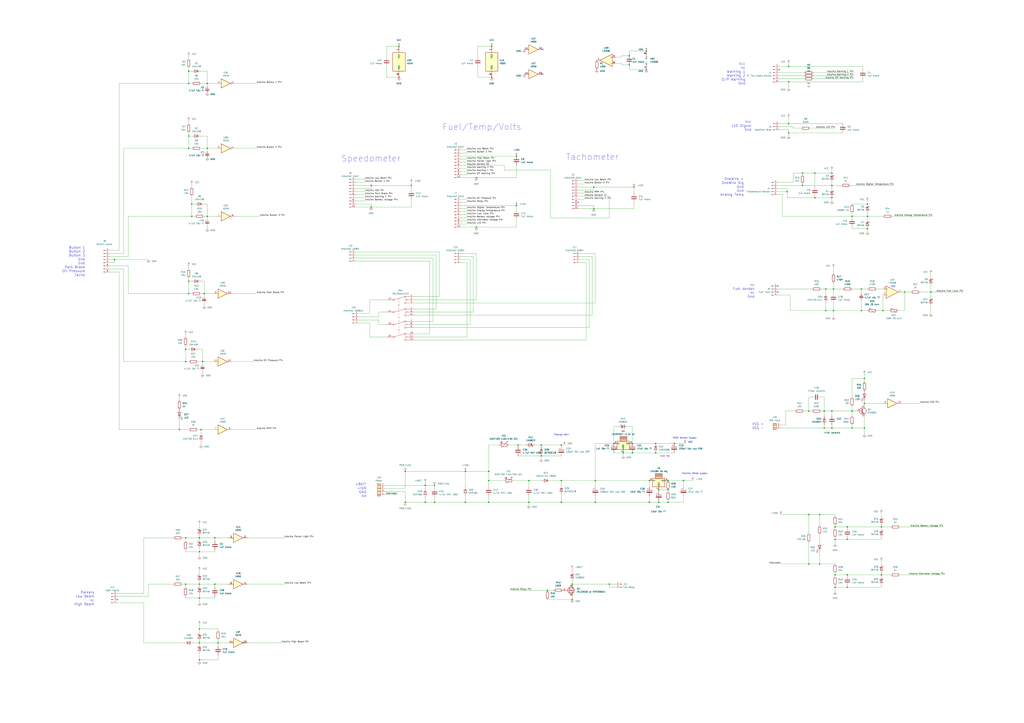
<source format=kicad_sch>
(kicad_sch (version 20230121) (generator eeschema)
  (paper "A1")
  (junction (at 327.66 63.5))
  (junction (at 403.86 38.1))
  (junction (at 401.32 394.97))
  (junction (at 403.86 63.5))
  (junction (at 764.54 240.03))
  (junction (at 163.83 441.96))
  (junction (at 548.64 412.75))
  (junction (at 163.83 516.89))
  (junction (at 500.38 480.06))
  (junction (at 332.74 412.75))
  (junction (at 349.25 412.75))
  (junction (at 163.83 453.39))
  (junction (at 673.1 422.91))
  (junction (at 709.93 331.47))
  (junction (at 561.34 394.97))
  (junction (at 659.13 142.24))
  (junction (at 707.39 255.27))
  (junction (at 683.26 162.56))
  (junction (at 659.13 152.4))
  (junction (at 391.16 146.05))
  (junction (at 516.89 53.34))
  (junction (at 356.87 412.75))
  (junction (at 165.1 353.06))
  (junction (at 167.64 241.3))
  (junction (at 154.94 58.42))
  (junction (at 434.34 394.97))
  (junction (at 154.94 241.3))
  (junction (at 163.83 528.32))
  (junction (at 712.47 167.64))
  (junction (at 541.02 402.59))
  (junction (at 170.18 68.58))
  (junction (at 424.18 168.91))
  (junction (at 684.53 237.49))
  (junction (at 695.96 433.07))
  (junction (at 678.18 255.27))
  (junction (at 673.1 463.55))
  (junction (at 461.01 412.75))
  (junction (at 157.48 167.64))
  (junction (at 424.18 128.27))
  (junction (at 664.21 463.55))
  (junction (at 382.27 412.75))
  (junction (at 154.94 111.76))
  (junction (at 647.7 67.31))
  (junction (at 695.96 482.6))
  (junction (at 166.37 297.18))
  (junction (at 487.68 153.67))
  (junction (at 487.68 171.45))
  (junction (at 664.21 422.91))
  (junction (at 176.53 480.06))
  (junction (at 647.7 101.6))
  (junction (at 382.27 387.35))
  (junction (at 683.26 152.4))
  (junction (at 163.83 542.29))
  (junction (at 647.7 54.61))
  (junction (at 93.98 213.36))
  (junction (at 154.94 231.14))
  (junction (at 533.4 394.97))
  (junction (at 154.94 68.58))
  (junction (at 488.95 412.75))
  (junction (at 391.16 186.69))
  (junction (at 461.01 365.76))
  (junction (at 548.64 394.97))
  (junction (at 519.43 372.11))
  (junction (at 742.95 240.03))
  (junction (at 669.29 142.24))
  (junction (at 538.48 364.49))
  (junction (at 401.32 412.75))
  (junction (at 152.4 441.96))
  (junction (at 152.4 480.06))
  (junction (at 683.26 337.82))
  (junction (at 699.77 351.79))
  (junction (at 444.5 374.65))
  (junction (at 163.83 491.49))
  (junction (at 553.72 364.49))
  (junction (at 469.9 480.06))
  (junction (at 676.91 337.82))
  (junction (at 530.86 57.15))
  (junction (at 709.93 311.15))
  (junction (at 684.53 255.27))
  (junction (at 685.8 482.6))
  (junction (at 533.4 412.75))
  (junction (at 723.9 472.44))
  (junction (at 683.26 351.79))
  (junction (at 709.93 351.79))
  (junction (at 170.18 177.8))
  (junction (at 304.8 170.18))
  (junction (at 699.77 337.82))
  (junction (at 163.83 480.06))
  (junction (at 152.4 297.18))
  (junction (at 695.96 472.44))
  (junction (at 488.95 394.97))
  (junction (at 685.8 443.23))
  (junction (at 664.21 337.82))
  (junction (at 676.91 351.79))
  (junction (at 179.07 528.32))
  (junction (at 332.74 387.35))
  (junction (at 157.48 177.8))
  (junction (at 154.94 121.92))
  (junction (at 444.5 365.76))
  (junction (at 541.02 412.75))
  (junction (at 647.7 109.22))
  (junction (at 504.19 364.49))
  (junction (at 170.18 121.92))
  (junction (at 685.8 433.07))
  (junction (at 520.7 153.67))
  (junction (at 401.32 387.35))
  (junction (at 356.87 398.78))
  (junction (at 725.17 255.27))
  (junction (at 712.47 177.8))
  (junction (at 147.32 353.06))
  (junction (at 461.01 394.97))
  (junction (at 152.4 287.02))
  (junction (at 646.43 157.48))
  (junction (at 176.53 441.96))
  (junction (at 538.48 372.11))
  (junction (at 530.86 41.91))
  (junction (at 685.8 472.44))
  (junction (at 519.43 364.49))
  (junction (at 712.47 187.96))
  (junction (at 337.82 152.4))
  (junction (at 434.34 412.75))
  (junction (at 723.9 433.07))
  (junction (at 669.29 162.56))
  (junction (at 425.45 365.76))
  (junction (at 516.89 45.72))
  (junction (at 678.18 237.49))
  (junction (at 695.96 443.23))
  (junction (at 469.9 492.76))
  (junction (at 699.77 177.8))
  (junction (at 707.39 237.49))
  (junction (at 683.26 142.24))
  (junction (at 327.66 38.1))
  (junction (at 548.64 402.59))
  (junction (at 349.25 398.78))
  (junction (at 449.58 485.14))
  (junction (at 511.81 372.11))
  (junction (at 304.8 152.4))
  (no_connect (at 96.52 492.76))
  (no_connect (at 640.08 57.15))
  (no_connect (at 638.81 234.95))
  (no_connect (at 474.98 166.37))
  (no_connect (at 445.77 40.64))
  (no_connect (at 445.77 60.96))
  (no_connect (at 638.81 240.03))
  (wire (pts (xy 676.91 326.39) (xy 676.91 337.82)))
  (wire (pts (xy 401.32 394.97) (xy 401.32 400.05)))
  (wire (pts (xy 720.09 255.27) (xy 725.17 255.27)))
  (wire (pts (xy 646.43 157.48) (xy 646.43 162.56)))
  (wire (pts (xy 154.94 231.14) (xy 157.48 231.14)))
  (wire (pts (xy 699.77 186.69) (xy 699.77 187.96)))
  (wire (pts (xy 154.94 99.06) (xy 154.94 101.6)))
  (wire (pts (xy 378.46 184.15) (xy 383.54 184.15)))
  (wire (pts (xy 392.43 38.1) (xy 403.86 38.1)))
  (wire (pts (xy 685.8 443.23) (xy 695.96 443.23)))
  (wire (pts (xy 292.1 147.32) (xy 299.72 147.32)))
  (wire (pts (xy 378.46 179.07) (xy 383.54 179.07)))
  (wire (pts (xy 193.04 68.58) (xy 210.82 68.58)))
  (wire (pts (xy 520.7 153.67) (xy 520.7 158.75)))
  (wire (pts (xy 154.94 228.6) (xy 154.94 231.14)))
  (wire (pts (xy 511.81 372.11) (xy 519.43 372.11)))
  (wire (pts (xy 740.41 240.03) (xy 742.95 240.03)))
  (wire (pts (xy 160.02 167.64) (xy 157.48 167.64)))
  (wire (pts (xy 152.4 284.48) (xy 152.4 287.02)))
  (wire (pts (xy 311.15 266.7) (xy 317.5 266.7)))
  (wire (pts (xy 664.21 422.91) (xy 664.21 438.15)))
  (wire (pts (xy 424.18 168.91) (xy 424.18 172.72)))
  (wire (pts (xy 731.52 433.07) (xy 723.9 433.07)))
  (wire (pts (xy 93.98 213.36) (xy 121.92 213.36)))
  (wire (pts (xy 163.83 453.39) (xy 163.83 457.2)))
  (wire (pts (xy 712.47 180.34) (xy 712.47 177.8)))
  (wire (pts (xy 157.48 167.64) (xy 157.48 177.8)))
  (wire (pts (xy 166.37 287.02) (xy 166.37 297.18)))
  (wire (pts (xy 340.36 254) (xy 358.14 254)))
  (wire (pts (xy 709.93 342.9) (xy 709.93 351.79)))
  (wire (pts (xy 101.6 121.92) (xy 101.6 208.28)))
  (wire (pts (xy 683.26 142.24) (xy 669.29 142.24)))
  (wire (pts (xy 425.45 365.76) (xy 425.45 367.03)))
  (wire (pts (xy 356.87 398.78) (xy 349.25 398.78)))
  (wire (pts (xy 378.46 186.69) (xy 391.16 186.69)))
  (wire (pts (xy 561.34 394.97) (xy 568.96 394.97)))
  (wire (pts (xy 676.91 349.25) (xy 676.91 351.79)))
  (wire (pts (xy 337.82 152.4) (xy 337.82 156.21)))
  (wire (pts (xy 500.38 179.07) (xy 452.12 179.07)))
  (wire (pts (xy 166.37 297.18) (xy 175.26 297.18)))
  (wire (pts (xy 193.04 177.8) (xy 213.36 177.8)))
  (wire (pts (xy 723.9 443.23) (xy 695.96 443.23)))
  (wire (pts (xy 699.77 177.8) (xy 699.77 179.07)))
  (wire (pts (xy 382.27 412.75) (xy 401.32 412.75)))
  (wire (pts (xy 170.18 177.8) (xy 177.8 177.8)))
  (wire (pts (xy 516.89 41.91) (xy 516.89 45.72)))
  (wire (pts (xy 152.4 491.49) (xy 163.83 491.49)))
  (wire (pts (xy 170.18 180.34) (xy 170.18 177.8)))
  (wire (pts (xy 666.75 326.39) (xy 664.21 326.39)))
  (wire (pts (xy 97.79 205.74) (xy 97.79 68.58)))
  (wire (pts (xy 474.98 161.29) (xy 500.38 161.29)))
  (wire (pts (xy 673.1 439.42) (xy 673.1 445.77)))
  (wire (pts (xy 483.87 269.24) (xy 340.36 269.24)))
  (wire (pts (xy 90.17 218.44) (xy 105.41 218.44)))
  (wire (pts (xy 723.9 441.96) (xy 723.9 443.23)))
  (wire (pts (xy 764.54 227.33) (xy 764.54 224.79)))
  (wire (pts (xy 337.82 149.86) (xy 337.82 152.4)))
  (wire (pts (xy 358.14 209.55) (xy 358.14 254)))
  (wire (pts (xy 640.08 106.68) (xy 647.7 106.68)))
  (wire (pts (xy 163.83 491.49) (xy 176.53 491.49)))
  (wire (pts (xy 474.98 148.59) (xy 480.06 148.59)))
  (wire (pts (xy 709.93 331.47) (xy 709.93 332.74)))
  (wire (pts (xy 642.62 160.02) (xy 638.81 160.02)))
  (wire (pts (xy 340.36 256.54) (xy 388.62 256.54)))
  (wire (pts (xy 378.46 123.19) (xy 383.54 123.19)))
  (wire (pts (xy 152.4 287.02) (xy 152.4 297.18)))
  (wire (pts (xy 500.38 161.29) (xy 500.38 179.07)))
  (wire (pts (xy 147.32 344.17) (xy 147.32 353.06)))
  (wire (pts (xy 105.41 241.3) (xy 154.94 241.3)))
  (wire (pts (xy 378.46 146.05) (xy 391.16 146.05)))
  (wire (pts (xy 647.7 67.31) (xy 647.7 72.39)))
  (wire (pts (xy 340.36 246.38) (xy 391.16 246.38)))
  (wire (pts (xy 401.32 365.76) (xy 401.32 387.35)))
  (wire (pts (xy 311.15 256.54) (xy 311.15 260.35)))
  (wire (pts (xy 699.77 237.49) (xy 707.39 237.49)))
  (wire (pts (xy 378.46 176.53) (xy 383.54 176.53)))
  (wire (pts (xy 452.12 179.07) (xy 452.12 139.7)))
  (wire (pts (xy 659.13 142.24) (xy 659.13 143.51)))
  (wire (pts (xy 510.54 53.34) (xy 510.54 52.07)))
  (wire (pts (xy 648.97 255.27) (xy 648.97 242.57)))
  (wire (pts (xy 392.43 63.5) (xy 403.86 63.5)))
  (wire (pts (xy 684.53 255.27) (xy 707.39 255.27)))
  (wire (pts (xy 684.53 219.71) (xy 684.53 224.79)))
  (wire (pts (xy 699.77 337.82) (xy 699.77 341.63)))
  (wire (pts (xy 699.77 187.96) (xy 712.47 187.96)))
  (wire (pts (xy 360.68 207.01) (xy 360.68 243.84)))
  (wire (pts (xy 775.97 472.44) (xy 739.14 472.44)))
  (wire (pts (xy 708.66 54.61) (xy 647.7 54.61)))
  (wire (pts (xy 424.18 135.89) (xy 424.18 146.05)))
  (wire (pts (xy 452.12 139.7) (xy 414.02 139.7)))
  (wire (pts (xy 152.4 482.6) (xy 152.4 480.06)))
  (wire (pts (xy 303.53 265.43) (xy 294.64 265.43)))
  (wire (pts (xy 695.96 434.34) (xy 695.96 433.07)))
  (wire (pts (xy 392.43 54.61) (xy 392.43 63.5)))
  (wire (pts (xy 645.16 349.25) (xy 641.35 349.25)))
  (wire (pts (xy 474.98 158.75) (xy 480.06 158.75)))
  (wire (pts (xy 483.87 213.36) (xy 483.87 269.24)))
  (wire (pts (xy 170.18 167.64) (xy 167.64 167.64)))
  (wire (pts (xy 303.53 246.38) (xy 303.53 257.81)))
  (wire (pts (xy 516.89 53.34) (xy 510.54 53.34)))
  (wire (pts (xy 659.13 151.13) (xy 659.13 152.4)))
  (wire (pts (xy 488.95 394.97) (xy 533.4 394.97)))
  (wire (pts (xy 356.87 401.32) (xy 356.87 398.78)))
  (wire (pts (xy 179.07 516.89) (xy 179.07 518.16)))
  (wire (pts (xy 561.34 394.97) (xy 561.34 400.05)))
  (wire (pts (xy 166.37 304.8) (xy 166.37 307.34)))
  (wire (pts (xy 170.18 121.92) (xy 177.8 121.92)))
  (wire (pts (xy 179.07 528.32) (xy 179.07 530.86)))
  (wire (pts (xy 723.9 431.8) (xy 723.9 433.07)))
  (wire (pts (xy 203.2 441.96) (xy 233.68 441.96)))
  (wire (pts (xy 488.95 412.75) (xy 533.4 412.75)))
  (wire (pts (xy 147.32 326.39) (xy 147.32 328.93)))
  (wire (pts (xy 358.14 209.55) (xy 292.1 209.55)))
  (wire (pts (xy 90.17 220.98) (xy 101.6 220.98)))
  (wire (pts (xy 378.46 163.83) (xy 383.54 163.83)))
  (wire (pts (xy 163.83 488.95) (xy 163.83 491.49)))
  (wire (pts (xy 642.62 160.02) (xy 642.62 177.8)))
  (wire (pts (xy 683.26 149.86) (xy 683.26 152.4)))
  (wire (pts (xy 548.64 403.86) (xy 548.64 402.59)))
  (wire (pts (xy 378.46 208.28) (xy 391.16 208.28)))
  (wire (pts (xy 669.29 162.56) (xy 646.43 162.56)))
  (wire (pts (xy 669.29 142.24) (xy 659.13 142.24)))
  (wire (pts (xy 332.74 401.32) (xy 316.23 401.32)))
  (wire (pts (xy 640.08 54.61) (xy 647.7 54.61)))
  (wire (pts (xy 190.5 297.18) (xy 208.28 297.18)))
  (wire (pts (xy 707.39 241.3) (xy 707.39 237.49)))
  (wire (pts (xy 707.39 246.38) (xy 707.39 255.27)))
  (wire (pts (xy 304.8 167.64) (xy 304.8 170.18)))
  (wire (pts (xy 163.83 480.06) (xy 176.53 480.06)))
  (wire (pts (xy 685.8 463.55) (xy 673.1 463.55)))
  (wire (pts (xy 548.64 411.48) (xy 548.64 412.75)))
  (wire (pts (xy 699.77 177.8) (xy 712.47 177.8)))
  (wire (pts (xy 734.06 152.4) (xy 698.5 152.4)))
  (wire (pts (xy 105.41 210.82) (xy 90.17 210.82)))
  (wire (pts (xy 152.4 441.96) (xy 163.83 441.96)))
  (wire (pts (xy 154.94 55.88) (xy 154.94 58.42)))
  (wire (pts (xy 303.53 276.86) (xy 303.53 265.43)))
  (wire (pts (xy 152.4 274.32) (xy 152.4 276.86)))
  (wire (pts (xy 510.54 46.99) (xy 510.54 45.72)))
  (wire (pts (xy 303.53 257.81) (xy 294.64 257.81)))
  (wire (pts (xy 533.4 412.75) (xy 541.02 412.75)))
  (wire (pts (xy 401.32 394.97) (xy 414.02 394.97)))
  (wire (pts (xy 340.36 276.86) (xy 383.54 276.86)))
  (wire (pts (xy 508 350.52) (xy 504.19 350.52)))
  (wire (pts (xy 488.95 394.97) (xy 488.95 400.05)))
  (wire (pts (xy 402.59 387.35) (xy 401.32 387.35)))
  (wire (pts (xy 699.77 334.01) (xy 699.77 337.82)))
  (wire (pts (xy 678.18 237.49) (xy 678.18 241.3)))
  (wire (pts (xy 162.56 297.18) (xy 166.37 297.18)))
  (wire (pts (xy 678.18 255.27) (xy 648.97 255.27)))
  (wire (pts (xy 105.41 241.3) (xy 105.41 218.44)))
  (wire (pts (xy 378.46 181.61) (xy 383.54 181.61)))
  (wire (pts (xy 317.5 38.1) (xy 327.66 38.1)))
  (wire (pts (xy 163.83 513.08) (xy 163.83 516.89)))
  (wire (pts (xy 165.1 353.06) (xy 162.56 353.06)))
  (wire (pts (xy 356.87 412.75) (xy 382.27 412.75)))
  (wire (pts (xy 673.1 463.55) (xy 664.21 463.55)))
  (wire (pts (xy 118.11 528.32) (xy 118.11 495.3)))
  (wire (pts (xy 165.1 353.06) (xy 175.26 353.06)))
  (wire (pts (xy 162.56 287.02) (xy 166.37 287.02)))
  (wire (pts (xy 723.9 433.07) (xy 695.96 433.07)))
  (wire (pts (xy 505.46 482.6) (xy 500.38 482.6)))
  (wire (pts (xy 646.43 157.48) (xy 638.81 157.48)))
  (wire (pts (xy 645.16 337.82) (xy 645.16 349.25)))
  (wire (pts (xy 154.94 111.76) (xy 154.94 121.92)))
  (wire (pts (xy 474.98 163.83) (xy 480.06 163.83)))
  (wire (pts (xy 647.7 101.6) (xy 647.7 96.52)))
  (wire (pts (xy 474.98 153.67) (xy 487.68 153.67)))
  (wire (pts (xy 382.27 387.35) (xy 332.74 387.35)))
  (wire (pts (xy 723.9 461.01) (xy 723.9 463.55)))
  (wire (pts (xy 378.46 215.9) (xy 383.54 215.9)))
  (wire (pts (xy 163.83 468.63) (xy 163.83 471.17)))
  (wire (pts (xy 170.18 121.92) (xy 165.1 121.92)))
  (wire (pts (xy 449.58 492.76) (xy 469.9 492.76)))
  (wire (pts (xy 163.83 441.96) (xy 176.53 441.96)))
  (wire (pts (xy 401.32 387.35) (xy 382.27 387.35)))
  (wire (pts (xy 327.66 63.5) (xy 317.5 63.5)))
  (wire (pts (xy 486.41 210.82) (xy 486.41 259.08)))
  (wire (pts (xy 538.48 372.11) (xy 553.72 372.11)))
  (wire (pts (xy 476.25 210.82) (xy 486.41 210.82)))
  (wire (pts (xy 163.83 527.05) (xy 163.83 528.32)))
  (wire (pts (xy 674.37 326.39) (xy 676.91 326.39)))
  (wire (pts (xy 332.74 403.86) (xy 332.74 412.75)))
  (wire (pts (xy 652.78 337.82) (xy 645.16 337.82)))
  (wire (pts (xy 386.08 213.36) (xy 378.46 213.36)))
  (wire (pts (xy 685.8 472.44) (xy 685.8 471.17)))
  (wire (pts (xy 488.95 364.49) (xy 488.95 394.97)))
  (wire (pts (xy 332.74 412.75) (xy 349.25 412.75)))
  (wire (pts (xy 356.87 412.75) (xy 349.25 412.75)))
  (wire (pts (xy 417.83 365.76) (xy 425.45 365.76)))
  (wire (pts (xy 519.43 372.11) (xy 538.48 372.11)))
  (wire (pts (xy 723.9 472.44) (xy 695.96 472.44)))
  (wire (pts (xy 316.23 406.4) (xy 326.39 406.4)))
  (wire (pts (xy 203.2 528.32) (xy 231.14 528.32)))
  (wire (pts (xy 488.95 248.92) (xy 340.36 248.92)))
  (wire (pts (xy 666.75 337.82) (xy 664.21 337.82)))
  (wire (pts (xy 666.75 237.49) (xy 638.81 237.49)))
  (wire (pts (xy 461.01 365.76) (xy 463.55 365.76)))
  (wire (pts (xy 685.8 105.41) (xy 665.48 105.41)))
  (wire (pts (xy 723.9 472.44) (xy 723.9 473.71)))
  (wire (pts (xy 692.15 101.6) (xy 647.7 101.6)))
  (wire (pts (xy 702.31 337.82) (xy 699.77 337.82)))
  (wire (pts (xy 683.26 139.7) (xy 683.26 142.24)))
  (wire (pts (xy 444.5 374.65) (xy 461.01 374.65)))
  (wire (pts (xy 349.25 412.75) (xy 349.25 408.94)))
  (wire (pts (xy 165.1 363.22) (xy 165.1 365.76)))
  (wire (pts (xy 683.26 351.79) (xy 676.91 351.79)))
  (wire (pts (xy 673.1 422.91) (xy 664.21 422.91)))
  (wire (pts (xy 165.1 231.14) (xy 167.64 231.14)))
  (wire (pts (xy 170.18 177.8) (xy 167.64 177.8)))
  (wire (pts (xy 651.51 105.41) (xy 651.51 104.14)))
  (wire (pts (xy 488.95 364.49) (xy 504.19 364.49)))
  (wire (pts (xy 176.53 482.6) (xy 176.53 480.06)))
  (wire (pts (xy 685.8 434.34) (xy 685.8 433.07)))
  (wire (pts (xy 317.5 63.5) (xy 317.5 54.61)))
  (wire (pts (xy 500.38 480.06) (xy 505.46 480.06)))
  (wire (pts (xy 709.93 351.79) (xy 709.93 356.87)))
  (wire (pts (xy 292.1 149.86) (xy 299.72 149.86)))
  (wire (pts (xy 340.36 274.32) (xy 353.06 274.32)))
  (wire (pts (xy 176.53 441.96) (xy 187.96 441.96)))
  (wire (pts (xy 669.29 161.29) (xy 669.29 162.56)))
  (wire (pts (xy 317.5 46.99) (xy 317.5 38.1)))
  (wire (pts (xy 699.77 351.79) (xy 683.26 351.79)))
  (wire (pts (xy 476.25 213.36) (xy 483.87 213.36)))
  (wire (pts (xy 685.8 482.6) (xy 685.8 486.41)))
  (wire (pts (xy 118.11 528.32) (xy 151.13 528.32)))
  (wire (pts (xy 304.8 152.4) (xy 337.82 152.4)))
  (wire (pts (xy 167.64 243.84) (xy 167.64 241.3)))
  (wire (pts (xy 541.02 411.48) (xy 541.02 412.75)))
  (wire (pts (xy 311.15 266.7) (xy 311.15 262.89)))
  (wire (pts (xy 709.93 328.93) (xy 709.93 331.47)))
  (wire (pts (xy 641.35 422.91) (xy 664.21 422.91)))
  (wire (pts (xy 355.6 212.09) (xy 355.6 264.16)))
  (wire (pts (xy 414.02 139.7) (xy 414.02 135.89)))
  (wire (pts (xy 504.19 372.11) (xy 511.81 372.11)))
  (wire (pts (xy 97.79 353.06) (xy 147.32 353.06)))
  (wire (pts (xy 684.53 237.49) (xy 678.18 237.49)))
  (wire (pts (xy 378.46 210.82) (xy 388.62 210.82)))
  (wire (pts (xy 193.04 121.92) (xy 210.82 121.92)))
  (wire (pts (xy 520.7 171.45) (xy 487.68 171.45)))
  (wire (pts (xy 292.1 170.18) (xy 304.8 170.18)))
  (wire (pts (xy 742.95 255.27) (xy 737.87 255.27)))
  (wire (pts (xy 723.9 482.6) (xy 695.96 482.6)))
  (wire (pts (xy 378.46 171.45) (xy 383.54 171.45)))
  (wire (pts (xy 170.18 58.42) (xy 170.18 68.58)))
  (wire (pts (xy 190.5 353.06) (xy 210.82 353.06)))
  (wire (pts (xy 157.48 121.92) (xy 154.94 121.92)))
  (wire (pts (xy 170.18 185.42) (xy 170.18 187.96)))
  (wire (pts (xy 179.07 528.32) (xy 187.96 528.32)))
  (wire (pts (xy 167.64 248.92) (xy 167.64 251.46)))
  (wire (pts (xy 516.89 57.15) (xy 530.86 57.15)))
  (wire (pts (xy 699.77 311.15) (xy 709.93 311.15)))
  (wire (pts (xy 392.43 46.99) (xy 392.43 38.1)))
  (wire (pts (xy 349.25 401.32) (xy 349.25 398.78)))
  (wire (pts (xy 160.02 177.8) (xy 157.48 177.8)))
  (wire (pts (xy 461.01 365.76) (xy 461.01 367.03)))
  (wire (pts (xy 516.89 53.34) (xy 516.89 57.15)))
  (wire (pts (xy 378.46 143.51) (xy 383.54 143.51)))
  (wire (pts (xy 487.68 153.67) (xy 520.7 153.67)))
  (wire (pts (xy 157.48 241.3) (xy 154.94 241.3)))
  (wire (pts (xy 105.41 177.8) (xy 105.41 210.82)))
  (wire (pts (xy 303.53 276.86) (xy 317.5 276.86)))
  (wire (pts (xy 154.94 109.22) (xy 154.94 111.76)))
  (wire (pts (xy 648.97 242.57) (xy 638.81 242.57)))
  (wire (pts (xy 425.45 365.76) (xy 431.8 365.76)))
  (wire (pts (xy 510.54 45.72) (xy 516.89 45.72)))
  (wire (pts (xy 516.89 41.91) (xy 530.86 41.91)))
  (wire (pts (xy 316.23 403.86) (xy 332.74 403.86)))
  (wire (pts (xy 294.64 262.89) (xy 311.15 262.89)))
  (wire (pts (xy 340.36 279.4) (xy 481.33 279.4)))
  (wire (pts (xy 699.77 177.8) (xy 642.62 177.8)))
  (wire (pts (xy 167.64 231.14) (xy 167.64 241.3)))
  (wire (pts (xy 664.21 337.82) (xy 660.4 337.82)))
  (wire (pts (xy 641.35 463.55) (xy 664.21 463.55)))
  (wire (pts (xy 154.94 218.44) (xy 154.94 220.98)))
  (wire (pts (xy 170.18 111.76) (xy 170.18 121.92)))
  (wire (pts (xy 685.8 482.6) (xy 695.96 482.6)))
  (wire (pts (xy 163.83 528.32) (xy 163.83 529.59)))
  (wire (pts (xy 764.54 257.81) (xy 764.54 251.46)))
  (wire (pts (xy 121.92 480.06) (xy 121.92 490.22)))
  (wire (pts (xy 474.98 151.13) (xy 480.06 151.13)))
  (wire (pts (xy 690.88 152.4) (xy 683.26 152.4)))
  (wire (pts (xy 294.64 260.35) (xy 311.15 260.35)))
  (wire (pts (xy 434.34 412.75) (xy 461.01 412.75)))
  (wire (pts (xy 378.46 125.73) (xy 383.54 125.73)))
  (wire (pts (xy 419.1 485.14) (xy 449.58 485.14)))
  (wire (pts (xy 154.94 297.18) (xy 152.4 297.18)))
  (wire (pts (xy 684.53 255.27) (xy 684.53 248.92)))
  (wire (pts (xy 660.4 62.23) (xy 640.08 62.23)))
  (wire (pts (xy 541.02 403.86) (xy 541.02 402.59)))
  (wire (pts (xy 165.1 355.6) (xy 165.1 353.06)))
  (wire (pts (xy 353.06 214.63) (xy 353.06 274.32)))
  (wire (pts (xy 292.1 157.48) (xy 299.72 157.48)))
  (wire (pts (xy 386.08 213.36) (xy 386.08 266.7)))
  (wire (pts (xy 360.68 243.84) (xy 340.36 243.84)))
  (wire (pts (xy 520.7 166.37) (xy 520.7 171.45)))
  (wire (pts (xy 533.4 394.97) (xy 533.4 400.05)))
  (wire (pts (xy 500.38 482.6) (xy 500.38 480.06)))
  (wire (pts (xy 701.04 59.69) (xy 668.02 59.69)))
  (wire (pts (xy 519.43 364.49) (xy 519.43 350.52)))
  (wire (pts (xy 337.82 163.83) (xy 337.82 170.18)))
  (wire (pts (xy 683.26 349.25) (xy 683.26 351.79)))
  (wire (pts (xy 163.83 491.49) (xy 163.83 495.3)))
  (wire (pts (xy 474.98 168.91) (xy 487.68 168.91)))
  (wire (pts (xy 725.17 331.47) (xy 709.93 331.47)))
  (wire (pts (xy 147.32 353.06) (xy 154.94 353.06)))
  (wire (pts (xy 695.96 473.71) (xy 695.96 472.44)))
  (wire (pts (xy 685.8 443.23) (xy 685.8 441.96)))
  (wire (pts (xy 461.01 406.4) (xy 461.01 412.75)))
  (wire (pts (xy 424.18 180.34) (xy 424.18 186.69)))
  (wire (pts (xy 152.4 287.02) (xy 154.94 287.02)))
  (wire (pts (xy 707.39 237.49) (xy 712.47 237.49)))
  (wire (pts (xy 725.17 242.57) (xy 725.17 255.27)))
  (wire (pts (xy 421.64 394.97) (xy 434.34 394.97)))
  (wire (pts (xy 292.1 152.4) (xy 304.8 152.4)))
  (wire (pts (xy 434.34 394.97) (xy 434.34 400.05)))
  (wire (pts (xy 444.5 365.76) (xy 461.01 365.76)))
  (wire (pts (xy 699.77 337.82) (xy 683.26 337.82)))
  (wire (pts (xy 701.04 64.77) (xy 668.02 64.77)))
  (wire (pts (xy 152.4 480.06) (xy 163.83 480.06)))
  (wire (pts (xy 292.1 162.56) (xy 299.72 162.56)))
  (wire (pts (xy 505.46 46.99) (xy 510.54 46.99)))
  (wire (pts (xy 378.46 133.35) (xy 383.54 133.35)))
  (wire (pts (xy 538.48 364.49) (xy 553.72 364.49)))
  (wire (pts (xy 101.6 208.28) (xy 90.17 208.28)))
  (wire (pts (xy 646.43 154.94) (xy 646.43 157.48)))
  (wire (pts (xy 731.52 472.44) (xy 723.9 472.44)))
  (wire (pts (xy 170.18 58.42) (xy 165.1 58.42)))
  (wire (pts (xy 699.77 349.25) (xy 699.77 351.79)))
  (wire (pts (xy 401.32 412.75) (xy 434.34 412.75)))
  (wire (pts (xy 121.92 490.22) (xy 96.52 490.22)))
  (wire (pts (xy 163.83 516.89) (xy 163.83 519.43)))
  (wire (pts (xy 101.6 297.18) (xy 101.6 220.98)))
  (wire (pts (xy 708.66 57.15) (xy 708.66 54.61)))
  (wire (pts (xy 292.1 212.09) (xy 355.6 212.09)))
  (wire (pts (xy 474.98 156.21) (xy 487.68 156.21)))
  (wire (pts (xy 712.47 255.27) (xy 707.39 255.27)))
  (wire (pts (xy 378.46 173.99) (xy 383.54 173.99)))
  (wire (pts (xy 461.01 398.78) (xy 461.01 394.97)))
  (wire (pts (xy 519.43 350.52) (xy 515.62 350.52)))
  (wire (pts (xy 179.07 525.78) (xy 179.07 528.32)))
  (wire (pts (xy 651.51 142.24) (xy 651.51 149.86)))
  (wire (pts (xy 651.51 104.14) (xy 640.08 104.14)))
  (wire (pts (xy 401.32 387.35) (xy 401.32 394.97)))
  (wire (pts (xy 678.18 237.49) (xy 674.37 237.49)))
  (wire (pts (xy 444.5 367.03) (xy 444.5 365.76)))
  (wire (pts (xy 378.46 135.89) (xy 414.02 135.89)))
  (wire (pts (xy 152.4 453.39) (xy 163.83 453.39)))
  (wire (pts (xy 383.54 215.9) (xy 383.54 276.86)))
  (wire (pts (xy 640.08 101.6) (xy 647.7 101.6)))
  (wire (pts (xy 712.47 175.26) (xy 712.47 177.8)))
  (wire (pts (xy 434.34 412.75) (xy 434.34 415.29)))
  (wire (pts (xy 170.18 167.64) (xy 170.18 177.8)))
  (wire (pts (xy 340.36 259.08) (xy 486.41 259.08)))
  (wire (pts (xy 742.95 240.03) (xy 748.03 240.03)))
  (wire (pts (xy 105.41 177.8) (xy 157.48 177.8)))
  (wire (pts (xy 170.18 71.12) (xy 170.18 68.58)))
  (wire (pts (xy 101.6 297.18) (xy 152.4 297.18)))
  (wire (pts (xy 553.72 364.49) (xy 562.61 364.49)))
  (wire (pts (xy 548.64 412.75) (xy 561.34 412.75)))
  (wire (pts (xy 163.83 537.21) (xy 163.83 542.29)))
  (wire (pts (xy 476.25 215.9) (xy 481.33 215.9)))
  (wire (pts (xy 519.43 364.49) (xy 538.48 364.49)))
  (wire (pts (xy 163.83 453.39) (xy 176.53 453.39)))
  (wire (pts (xy 469.9 467.36) (xy 469.9 469.9)))
  (wire (pts (xy 669.29 142.24) (xy 669.29 153.67)))
  (wire (pts (xy 474.98 171.45) (xy 487.68 171.45)))
  (wire (pts (xy 709.93 311.15) (xy 709.93 313.69)))
  (wire (pts (xy 684.53 237.49) (xy 692.15 237.49)))
  (wire (pts (xy 340.36 264.16) (xy 355.6 264.16)))
  (wire (pts (xy 699.77 326.39) (xy 699.77 311.15)))
  (wire (pts (xy 170.18 111.76) (xy 165.1 111.76)))
  (wire (pts (xy 461.01 412.75) (xy 488.95 412.75)))
  (wire (pts (xy 683.26 337.82) (xy 683.26 341.63)))
  (wire (pts (xy 378.46 168.91) (xy 424.18 168.91)))
  (wire (pts (xy 533.4 407.67) (xy 533.4 412.75)))
  (wire (pts (xy 118.11 495.3) (xy 96.52 495.3)))
  (wire (pts (xy 176.53 490.22) (xy 176.53 491.49)))
  (wire (pts (xy 683.26 162.56) (xy 669.29 162.56)))
  (wire (pts (xy 163.83 440.69) (xy 163.83 441.96)))
  (wire (pts (xy 676.91 337.82) (xy 674.37 337.82)))
  (wire (pts (xy 158.75 528.32) (xy 163.83 528.32)))
  (wire (pts (xy 356.87 412.75) (xy 356.87 408.94)))
  (wire (pts (xy 742.95 255.27) (xy 742.95 240.03)))
  (wire (pts (xy 424.18 186.69) (xy 391.16 186.69)))
  (wire (pts (xy 709.93 351.79) (xy 699.77 351.79)))
  (wire (pts (xy 469.9 490.22) (xy 469.9 492.76)))
  (wire (pts (xy 337.82 170.18) (xy 304.8 170.18)))
  (wire (pts (xy 709.93 307.34) (xy 709.93 311.15)))
  (wire (pts (xy 401.32 412.75) (xy 401.32 407.67)))
  (wire (pts (xy 378.46 128.27) (xy 424.18 128.27)))
  (wire (pts (xy 163.83 542.29) (xy 163.83 543.56)))
  (wire (pts (xy 699.77 175.26) (xy 699.77 177.8)))
  (wire (pts (xy 469.9 480.06) (xy 500.38 480.06)))
  (wire (pts (xy 488.95 208.28) (xy 488.95 248.92)))
  (wire (pts (xy 292.1 214.63) (xy 353.06 214.63)))
  (wire (pts (xy 660.4 59.69) (xy 640.08 59.69)))
  (wire (pts (xy 764.54 234.95) (xy 764.54 240.03)))
  (wire (pts (xy 561.34 412.75) (xy 561.34 407.67)))
  (wire (pts (xy 121.92 480.06) (xy 142.24 480.06)))
  (wire (pts (xy 410.21 365.76) (xy 401.32 365.76)))
  (wire (pts (xy 676.91 351.79) (xy 641.35 351.79)))
  (wire (pts (xy 664.21 326.39) (xy 664.21 337.82)))
  (wire (pts (xy 541.02 412.75) (xy 548.64 412.75)))
  (wire (pts (xy 481.33 215.9) (xy 481.33 279.4)))
  (wire (pts (xy 774.7 433.07) (xy 739.14 433.07)))
  (wire (pts (xy 170.18 124.46) (xy 170.18 121.92)))
  (wire (pts (xy 461.01 394.97) (xy 488.95 394.97)))
  (wire (pts (xy 349.25 396.24) (xy 349.25 398.78)))
  (wire (pts (xy 154.94 45.72) (xy 154.94 48.26)))
  (wire (pts (xy 176.53 452.12) (xy 176.53 453.39)))
  (wire (pts (xy 176.53 480.06) (xy 187.96 480.06)))
  (wire (pts (xy 699.77 167.64) (xy 712.47 167.64)))
  (wire (pts (xy 316.23 398.78) (xy 349.25 398.78)))
  (wire (pts (xy 695.96 443.23) (xy 695.96 441.96)))
  (wire (pts (xy 673.1 453.39) (xy 673.1 463.55)))
  (wire (pts (xy 695.96 482.6) (xy 695.96 481.33)))
  (wire (pts (xy 695.96 472.44) (xy 685.8 472.44)))
  (wire (pts (xy 434.34 407.67) (xy 434.34 412.75)))
  (wire (pts (xy 163.83 430.53) (xy 163.83 433.07)))
  (wire (pts (xy 685.8 482.6) (xy 685.8 481.33)))
  (wire (pts (xy 152.4 453.39) (xy 152.4 452.12)))
  (wire (pts (xy 755.65 331.47) (xy 740.41 331.47)))
  (wire (pts (xy 647.7 106.68) (xy 647.7 109.22)))
  (wire (pts (xy 685.8 443.23) (xy 685.8 447.04)))
  (wire (pts (xy 90.17 213.36) (xy 93.98 213.36)))
  (wire (pts (xy 487.68 156.21) (xy 487.68 153.67)))
  (wire (pts (xy 469.9 477.52) (xy 469.9 480.06)))
  (wire (pts (xy 292.1 165.1) (xy 299.72 165.1)))
  (wire (pts (xy 660.4 64.77) (xy 640.08 64.77)))
  (wire (pts (xy 678.18 248.92) (xy 678.18 255.27)))
  (wire (pts (xy 676.91 337.82) (xy 676.91 341.63)))
  (wire (pts (xy 424.18 146.05) (xy 391.16 146.05)))
  (wire (pts (xy 504.19 350.52) (xy 504.19 364.49)))
  (wire (pts (xy 684.53 260.35) (xy 684.53 255.27)))
  (wire (pts (xy 170.18 68.58) (xy 165.1 68.58)))
  (wire (pts (xy 685.8 433.07) (xy 685.8 431.8)))
  (wire (pts (xy 378.46 138.43) (xy 383.54 138.43)))
  (wire (pts (xy 378.46 140.97) (xy 383.54 140.97)))
  (wire (pts (xy 152.4 444.5) (xy 152.4 441.96)))
  (wire (pts (xy 303.53 246.38) (xy 317.5 246.38)))
  (wire (pts (xy 163.83 480.06) (xy 163.83 481.33)))
  (wire (pts (xy 701.04 62.23) (xy 668.02 62.23)))
  (wire (pts (xy 712.47 187.96) (xy 712.47 190.5)))
  (wire (pts (xy 304.8 154.94) (xy 304.8 152.4)))
  (wire (pts (xy 659.13 152.4) (xy 638.81 152.4)))
  (wire (pts (xy 163.83 478.79) (xy 163.83 480.06)))
  (wire (pts (xy 439.42 365.76) (xy 444.5 365.76)))
  (wire (pts (xy 167.64 241.3) (xy 175.26 241.3)))
  (wire (pts (xy 764.54 240.03) (xy 755.65 240.03)))
  (wire (pts (xy 163.83 516.89) (xy 179.07 516.89)))
  (wire (pts (xy 157.48 151.13) (xy 157.48 153.67)))
  (wire (pts (xy 764.54 243.84) (xy 764.54 240.03)))
  (wire (pts (xy 179.07 538.48) (xy 179.07 542.29)))
  (wire (pts (xy 684.53 241.3) (xy 684.53 237.49)))
  (wire (pts (xy 118.11 441.96) (xy 118.11 487.68)))
  (wire (pts (xy 163.83 441.96) (xy 163.83 443.23)))
  (wire (pts (xy 723.9 471.17) (xy 723.9 472.44)))
  (wire (pts (xy 163.83 542.29) (xy 179.07 542.29)))
  (wire (pts (xy 548.64 394.97) (xy 561.34 394.97)))
  (wire (pts (xy 647.7 109.22) (xy 647.7 111.76)))
  (wire (pts (xy 651.51 149.86) (xy 638.81 149.86)))
  (wire (pts (xy 149.86 480.06) (xy 152.4 480.06)))
  (wire (pts (xy 712.47 177.8) (xy 725.17 177.8)))
  (wire (pts (xy 163.83 450.85) (xy 163.83 453.39)))
  (wire (pts (xy 488.95 407.67) (xy 488.95 412.75)))
  (wire (pts (xy 97.79 353.06) (xy 97.79 223.52)))
  (wire (pts (xy 684.53 255.27) (xy 678.18 255.27)))
  (wire (pts (xy 292.1 160.02) (xy 299.72 160.02)))
  (wire (pts (xy 152.4 491.49) (xy 152.4 490.22)))
  (wire (pts (xy 203.2 480.06) (xy 233.68 480.06)))
  (wire (pts (xy 449.58 485.14) (xy 454.66 485.14)))
  (wire (pts (xy 388.62 210.82) (xy 388.62 256.54)))
  (wire (pts (xy 170.18 68.58) (xy 177.8 68.58)))
  (wire (pts (xy 163.83 528.32) (xy 179.07 528.32)))
  (wire (pts (xy 425.45 374.65) (xy 444.5 374.65)))
  (wire (pts (xy 685.8 422.91) (xy 673.1 422.91)))
  (wire (pts (xy 640.08 67.31) (xy 647.7 67.31)))
  (wire (pts (xy 692.15 109.22) (xy 647.7 109.22)))
  (wire (pts (xy 725.17 255.27) (xy 730.25 255.27)))
  (wire (pts (xy 434.34 394.97) (xy 444.5 394.97)))
  (wire (pts (xy 154.94 231.14) (xy 154.94 241.3)))
  (wire (pts (xy 695.96 433.07) (xy 685.8 433.07)))
  (wire (pts (xy 382.27 387.35) (xy 382.27 400.05)))
  (wire (pts (xy 190.5 241.3) (xy 210.82 241.3)))
  (wire (pts (xy 157.48 111.76) (xy 154.94 111.76)))
  (wire (pts (xy 723.9 481.33) (xy 723.9 482.6)))
  (wire (pts (xy 90.17 205.74) (xy 97.79 205.74)))
  (wire (pts (xy 157.48 68.58) (xy 154.94 68.58)))
  (wire (pts (xy 476.25 208.28) (xy 488.95 208.28)))
  (wire (pts (xy 378.46 166.37) (xy 383.54 166.37)))
  (wire (pts (xy 487.68 168.91) (xy 487.68 171.45)))
  (wire (pts (xy 708.66 67.31) (xy 708.66 64.77)))
  (wire (pts (xy 167.64 241.3) (xy 165.1 241.3)))
  (wire (pts (xy 683.26 337.82) (xy 676.91 337.82)))
  (wire (pts (xy 548.64 402.59) (xy 541.02 402.59)))
  (wire (pts (xy 510.54 52.07) (xy 505.46 52.07)))
  (wire (pts (xy 97.79 68.58) (xy 154.94 68.58)))
  (wire (pts (xy 673.1 422.91) (xy 673.1 431.8)))
  (wire (pts (xy 176.53 444.5) (xy 176.53 441.96)))
  (wire (pts (xy 93.98 215.9) (xy 90.17 215.9)))
  (wire (pts (xy 647.7 54.61) (xy 647.7 52.07)))
  (wire (pts (xy 657.86 105.41) (xy 651.51 105.41)))
  (wire (pts (xy 332.74 387.35) (xy 332.74 401.32)))
  (wire (pts (xy 157.48 161.29) (xy 157.48 167.64)))
  (wire (pts (xy 712.47 165.1) (xy 712.47 167.64)))
  (wire (pts (xy 685.8 422.91) (xy 685.8 424.18)))
  (wire (pts (xy 659.13 142.24) (xy 651.51 142.24)))
  (wire (pts (xy 292.1 167.64) (xy 304.8 167.64)))
  (wire (pts (xy 292.1 154.94) (xy 304.8 154.94)))
  (wire (pts (xy 101.6 121.92) (xy 154.94 121.92)))
  (wire (pts (xy 647.7 67.31) (xy 708.66 67.31)))
  (wire (pts (xy 723.9 421.64) (xy 723.9 424.18)))
  (wire (pts (xy 683.26 152.4) (xy 659.13 152.4)))
  (wire (pts (xy 154.94 58.42) (xy 154.94 68.58)))
  (wire (pts (xy 93.98 213.36) (xy 93.98 215.9)))
  (wire (pts (xy 791.21 240.03) (xy 764.54 240.03)))
  (wire (pts (xy 386.08 266.7) (xy 340.36 266.7)))
  (wire (pts (xy 311.15 256.54) (xy 317.5 256.54)))
  (wire (pts (xy 646.43 154.94) (xy 638.81 154.94)))
  (wire (pts (xy 511.81 372.11) (xy 511.81 374.65)))
  (wire (pts (xy 97.79 223.52) (xy 90.17 223.52)))
  (wire (pts (xy 684.53 232.41) (xy 684.53 237.49)))
  (wire (pts (xy 720.09 237.49) (xy 725.17 237.49)))
  (wire (pts (xy 452.12 394.97) (xy 461.01 394.97)))
  (wire (pts (xy 444.5 374.65) (xy 444.5 377.19)))
  (wire (pts (xy 685.8 473.71) (xy 685.8 472.44)))
  (wire (pts (xy 664.21 445.77) (xy 664.21 463.55)))
  (wire (pts (xy 382.27 412.75) (xy 382.27 407.67)))
  (wire (pts (xy 149.86 441.96) (xy 152.4 441.96)))
  (wire (pts (xy 166.37 297.18) (xy 166.37 299.72)))
  (wire (pts (xy 118.11 487.68) (xy 96.52 487.68)))
  (wire (pts (xy 765.81 177.8) (xy 732.79 177.8)))
  (wire (pts (xy 683.26 154.94) (xy 683.26 152.4)))
  (wire (pts (xy 683.26 162.56) (xy 683.26 165.1)))
  (wire (pts (xy 157.48 58.42) (xy 154.94 58.42)))
  (wire (pts (xy 118.11 441.96) (xy 142.24 441.96)))
  (wire (pts (xy 378.46 130.81) (xy 383.54 130.81)))
  (wire (pts (xy 391.16 208.28) (xy 391.16 246.38)))
  (wire (pts (xy 292.1 207.01) (xy 360.68 207.01)))
  (wire (pts (xy 723.9 433.07) (xy 723.9 434.34)))
  (text "Fuel/Temp/Volts" (at 363.22 107.442 0) (effects (font (size 5.08 5.08)) (justify left bottom)))
  (text "+BATT\n+IGN\nGND\nAlt" (at 300.99 408.94 0) (effects (font (size 2 2)) (justify right bottom)))
  (text "Parkers\nLow Beam\nnc\nHigh Beam" (at 77.47 497.84 0) (effects (font (size 2 2)) (justify right bottom)))
  (text "VDD" (at 735.33 236.22 0) (effects (font (size 1.27 1.27)) (justify right bottom)))
  (text "VSS +\nVSS -\n" (at 627.38 353.06 0) (effects (font (size 2 2)) (justify right bottom)))
  (text "Tachometer" (at 464.566 132.08 0) (effects (font (size 5.08 5.08)) (justify left bottom)))
  (text "5VDC Sensor Supply" (at 552.45 360.68 0) (effects (font (size 1.27 1.27)) (justify left bottom)))
  (text "OneWire +\nOneWire Sig\nGnd\nGnd\nAnalog Temp" (at 610.87 161.29 0) (effects (font (size 2 2)) (justify right bottom)))
  (text "Button 1\nButton 2\nButton 3\nGnd\nGnd\nPark Brake\nOil Pressure\nTacho" (at 69.85 227.33 0) (effects (font (size 2 2)) (justify right bottom)))
  (text "Speedometer" (at 280.162 133.35 0) (effects (font (size 5.08 5.08)) (justify left bottom)))
  (text "Filtered IGN+" (at 454.66 358.14 0) (effects (font (size 1.27 1.27)) (justify left bottom)))
  (text "nc\nFuel sender\nnc\nGnd" (at 619.76 245.11 0) (effects (font (size 2 2)) (justify right bottom)))
  (text "Arduino 10vdc supply" (at 560.07 389.89 0) (effects (font (size 1.27 1.27)) (justify left bottom)))
  (text "Vcc\nLED Signal\nGnd" (at 617.22 107.95 0) (effects (font (size 2 2)) (justify right bottom)))
  (text "Vcc\nnc\nWarning 1\nWarning 2\nO/P Warning\nGnd" (at 612.14 69.85 0) (effects (font (size 2 2)) (justify right bottom)))
  (label "Alternator" (at 326.39 406.4 180))
  (label "Arduino High Beam Pin" (at 383.54 130.81 0))
  (label "Arduino Relay Pin" (at 419.1 485.14 0))
  (label "Arduino Alternator Voltage Pin" (at 383.54 181.61 0))
  (label "Arduino Low Beam Pin" (at 233.68 480.06 0))
  (label "Arduino Park Brake Pin" (at 299.72 160.02 0))
  (label "Arduino Low Beam Pin" (at 480.06 148.59 0))
  (label "Alternator" (at 641.35 463.55 180))
  (label "Arduino Warning 1 Pin" (at 299.72 162.56 0))
  (label "Arduino Digital Temperature Pin" (at 734.06 152.4 180))
  (label "Arduino Alternator Voltage Pin" (at 775.97 472.44 180))
  (label "Arduino Battery Voltage Pin" (at 299.72 165.1 0))
  (label "Arduino Battery Voltage Pin" (at 774.7 433.07 180))
  (label "Arduino Button 1 Pin" (at 210.82 68.58 0))
  (label "Arduino Warning 2 Pin" (at 701.04 62.23 180))
  (label "Arduino Fuel Level Pin" (at 383.54 176.53 0))
  (label "Arduino Button 2 Pin" (at 210.82 121.92 0))
  (label "Arduino LED Pin" (at 383.54 184.15 0))
  (label "Arduino Warning 2 Pin" (at 383.54 138.43 0))
  (label "Arduino Button 3 Pin" (at 480.06 151.13 0))
  (label "Arduino Digital Temperature Pin" (at 383.54 171.45 0))
  (label "Arduino Low Beam Pin" (at 299.72 147.32 0))
  (label "Arduino Oil Pressure Pin" (at 383.54 163.83 0))
  (label "Arduino Button 1 Pin" (at 299.72 149.86 0))
  (label "Arduino Warning 2 Pin" (at 480.06 163.83 0))
  (label "Arduino Oil Pressure Pin" (at 208.28 297.18 0))
  (label "Arduino Warning 1 Pin" (at 701.04 59.69 180))
  (label "Arduino Parker Light Pin" (at 383.54 133.35 0))
  (label "Arduino Button 2 Pin" (at 383.54 125.73 0))
  (label "Arduino RPM Pin" (at 210.82 353.06 0))
  (label "Arduino Relay Pin" (at 383.54 166.37 0))
  (label "Arduino Low Beam Pin" (at 383.54 123.19 0))
  (label "Arduino Warning 1 Pin" (at 383.54 140.97 0))
  (label "Arduino OP Warning Pin" (at 701.04 64.77 180))
  (label "Arduino VSS Pin" (at 755.65 331.47 0))
  (label "Arduino Battery Voltage Pin" (at 383.54 179.07 0))
  (label "Arduino Park Brake Pin" (at 210.82 241.3 0))
  (label "Arduino RPM Pin" (at 480.06 158.75 0))
  (label "Arduino VSS Pin" (at 299.72 157.48 0))
  (label "Arduino High Beam Pin" (at 231.14 528.32 0))
  (label "Arduino Serial2 RX" (at 383.54 135.89 0))
  (label "Arduino Parker Light Pin" (at 233.68 441.96 0))
  (label "Arduino OP Warning Pin" (at 383.54 143.51 0))
  (label "Arduino Button 3 Pin" (at 213.36 177.8 0))
  (label "Arduino Serial2 TX" (at 480.06 161.29 0))
  (label "Arduino LED Pin" (at 685.8 105.41 180))
  (label "Arduino Analog Temperature Pin" (at 765.81 177.8 180))
  (label "Arduino Analog Temperature Pin" (at 383.54 173.99 0))
  (label "Arduino Fuel Level Pin" (at 791.21 240.03 180))
  (symbol (lib_id "power:GND") (at 391.16 186.69 0) (unit 1)
    (property "Reference" "#PWR033" (effects hide))
    (property "Value" "GND" (at 391.16 191.77 0))
  )
  (symbol (lib_id "Device:LED") (at 147.32 340.36 90) (unit 1)
    (property "Reference" "D37" (at 151.13 340.6775 90) (effects (justify right)))
    (property "Value" "LED" (at 151.13 343.2175 90) (effects (justify right)))
  )
  (symbol (lib_id "power:VCC") (at 723.9 461.01 0) (mirror y) (unit 1)
    (property "Reference" "#PWR049" (effects hide))
    (property "Value" "VCC" (at 721.36 459.74 0) (effects (justify left)))
  )
  (symbol (lib_id "Amplifier_Operational:LM358") (at 497.84 49.53 0) (mirror y) (unit 2)
    (property "Reference" "U2" (at 497.84 39.37 0))
    (property "Value" "LM358" (at 497.84 41.91 0))
    (property "Datasheet" "http://www.ti.com/lit/ds/symlink/lm2904-n.pdf" (effects hide))
  )
  (symbol (lib_id "power:GND") (at 709.93 356.87 0) (unit 1)
    (property "Reference" "#PWR070" (effects hide))
    (property "Value" "GND" (at 712.47 358.14 0) (effects (justify left)))
  )
  (symbol (lib_id "Connector:Conn_01x04_Pin") (at 633.73 237.49 0) (unit 1)
    (property "Reference" "J9" (at 632.46 237.49 0) (effects (justify right)))
    (property "Value" "Fuel Tank" (at 632.46 240.03 0) (effects (justify right)))
    (property "Footprint" "Connector_Molex:Molex_KK-254_AE-6410-04A_1x04_P2.54mm_Vertical" (effects hide))
  )
  (symbol (lib_id "power:+BATT") (at 349.25 396.24 0) (mirror y) (unit 1)
    (property "Reference" "#PWR054" (effects hide))
    (property "Value" "+BATT" (at 346.71 394.97 0) (effects (justify left)))
  )
  (symbol (lib_id "4xxx:4049") (at 182.88 241.3 0) (unit 4)
    (property "Reference" "U3" (at 182.88 232.41 0))
    (property "Value" "4049" (at 182.88 234.95 0))
    (property "Footprint" "Package_DIP:DIP-16_W7.62mm" (effects hide))
    (property "Datasheet" "http://www.intersil.com/content/dam/intersil/documents/cd40/cd4049ubms.pdf" (effects hide))
  )
  (symbol (lib_id "Device:C") (at 176.53 448.31 0) (unit 1)
    (property "Reference" "C3" (at 180.34 447.04 0) (effects (justify left)))
    (property "Value" "1uF mono" (at 180.34 449.58 0) (effects (justify left)))
    (property "Footprint" "Capacitor_THT:C_Disc_D4.3mm_W1.9mm_P5.00mm" (effects hide))
  )
  (symbol (lib_id "power:VCC") (at 683.26 139.7 0) (unit 1)
    (property "Reference" "#PWR021" (effects hide))
    (property "Value" "VCC" (at 680.72 138.43 0) (effects (justify right)))
  )
  (symbol (lib_id "Connector:Conn_01x05_Pin") (at 633.73 154.94 0) (unit 1)
    (property "Reference" "J4" (at 632.46 154.94 0) (effects (justify right)))
    (property "Value" "Temperature Sensor" (at 632.46 157.48 0) (effects (justify right)))
    (property "Footprint" "Connector_Molex:Molex_KK-254_AE-6410-05A_1x05_P2.54mm_Vertical" (effects hide))
  )
  (symbol (lib_id "Connector:Conn_01x04_Pin") (at 373.38 210.82 0) (unit 1)
    (property "Reference" "J15" (at 374.015 203.2 0))
    (property "Value" "Arduino2 USBin" (at 374.015 205.74 0))
    (property "Footprint" "Connector_Molex:Molex_KK-254_AE-6410-04A_1x04_P2.54mm_Vertical" (effects hide))
  )
  (symbol (lib_id "power:GND") (at 170.18 187.96 0) (unit 1)
    (property "Reference" "#PWR032" (effects hide))
    (property "Value" "GND" (at 172.72 189.23 0) (effects (justify left)))
  )
  (symbol (lib_id "Diode:5KPxxA") (at 349.25 405.13 90) (mirror x) (unit 1)
    (property "Reference" "D19" (at 346.71 403.86 90) (effects (justify left)))
    (property "Value" "5KP18A" (at 346.71 406.4 90) (effects (justify left)))
    (property "Footprint" "Diode_THT:D_P600_R-6_P20.00mm_Horizontal" (effects hide))
    (property "Datasheet" "https://diotec.com/tl_files/diotec/files/pdf/datasheets/5kp65.pdf" (effects hide))
  )
  (symbol (lib_id "Device:C_Polarized_Small") (at 170.18 73.66 0) (unit 1)
    (property "Reference" "C5" (at 167.64 71.8439 0) (effects (justify right)))
    (property "Value" "4.7uF 16v TT" (at 167.64 74.3839 0) (effects (justify right)))
    (property "Footprint" "Capacitor_THT:CP_Radial_Tantal_D5.5mm_P5.00mm" (effects hide))
  )
  (symbol (lib_id "Connector:Conn_01x10_Pin") (at 469.9 158.75 0) (unit 1)
    (property "Reference" "J5" (at 470.535 143.51 0))
    (property "Value" "Arduino3 Con1" (at 470.535 146.05 0))
    (property "Footprint" "Connector_Molex:Molex_KK-254_AE-6410-10A_1x10_P2.54mm_Vertical" (effects hide))
  )
  (symbol (lib_id "Device:C_Polarized_Small") (at 170.18 182.88 0) (unit 1)
    (property "Reference" "C16" (at 167.64 181.0639 0) (effects (justify right)))
    (property "Value" "4.7uF 16v TT" (at 167.64 183.6039 0) (effects (justify right)))
    (property "Footprint" "Capacitor_THT:CP_Radial_Tantal_D5.5mm_P5.00mm" (effects hide))
  )
  (symbol (lib_id "power:+10V") (at 424.18 168.91 0) (unit 1)
    (property "Reference" "#PWR028" (effects hide))
    (property "Value" "+10V" (at 426.72 167.64 0) (effects (justify left)))
  )
  (symbol (lib_id "4xxx:4050") (at 403.86 50.8 0) (unit 7)
    (property "Reference" "U1" (at 410.21 49.53 0) (effects (justify left)))
    (property "Value" "4050" (at 410.21 52.07 0) (effects (justify left)))
    (property "Footprint" "Package_DIP:DIP-16_W7.62mm" (effects hide))
    (property "Datasheet" "http://www.intersil.com/content/dam/intersil/documents/cd40/cd4050bms.pdf" (effects hide))
  )
  (symbol (lib_id "Diode:1N4148") (at 161.29 231.14 180) (unit 1)
    (property "Reference" "D8" (at 161.29 224.79 0))
    (property "Value" "1N4148" (at 161.29 227.33 0))
    (property "Footprint" "Diode_THT:D_DO-35_SOD27_P7.62mm_Horizontal" (effects hide))
    (property "Datasheet" "https://assets.nexperia.com/documents/data-sheet/1N4148_1N4448.pdf" (effects hide))
    (property "Sim.Device" "D" (effects hide))
    (property "Sim.Pins" "1=K 2=A" (effects hide))
  )
  (symbol (lib_id "Device:C") (at 692.15 105.41 0) (mirror y) (unit 1)
    (property "Reference" "C6" (at 695.96 104.14 0) (effects (justify right)))
    (property "Value" "1uF mono" (at 695.96 106.68 0) (effects (justify right)))
    (property "Footprint" "Capacitor_THT:C_Disc_D4.3mm_W1.9mm_P5.00mm" (effects hide))
  )
  (symbol (lib_id "power:+BATT") (at 469.9 467.36 0) (unit 1)
    (property "Reference" "#PWR056" (effects hide))
    (property "Value" "+BATT" (at 472.44 466.09 0) (effects (justify left)))
  )
  (symbol (lib_id "power:GND") (at 764.54 257.81 0) (mirror y) (unit 1)
    (property "Reference" "#PWR02" (effects hide))
    (property "Value" "GND" (at 762 259.08 0) (effects (justify left)))
  )
  (symbol (lib_id "Device:D_Schottky") (at 712.47 171.45 270) (unit 1)
    (property "Reference" "D5" (at 709.93 169.8625 90) (effects (justify right)))
    (property "Value" "BAT46" (at 709.93 172.4025 90) (effects (justify right)))
    (property "Footprint" "Diode_THT:D_DO-41_SOD81_P10.16mm_Horizontal" (effects hide))
  )
  (symbol (lib_id "Device:C") (at 695.96 477.52 0) (mirror y) (unit 1)
    (property "Reference" "C33" (at 699.77 476.25 0) (effects (justify right)))
    (property "Value" "1uF mono" (at 699.77 478.79 0) (effects (justify right)))
    (property "Footprint" "Capacitor_THT:C_Disc_D4.3mm_W1.9mm_P5.00mm" (effects hide))
  )
  (symbol (lib_id "power:GND") (at 304.8 170.18 0) (unit 1)
    (property "Reference" "#PWR030" (effects hide))
    (property "Value" "GND" (at 304.8 175.26 0))
  )
  (symbol (lib_id "Device:D_Schottky") (at 764.54 247.65 270) (unit 1)
    (property "Reference" "D27" (at 762 246.0625 90) (effects (justify right)))
    (property "Value" "BAT46" (at 762 248.6025 90) (effects (justify right)))
    (property "Footprint" "Diode_THT:D_DO-41_SOD81_P10.16mm_Horizontal" (effects hide))
  )
  (symbol (lib_id "Device:R") (at 179.07 521.97 0) (unit 1)
    (property "Reference" "R49" (at 181.61 520.7 0) (effects (justify left)))
    (property "Value" "10k" (at 181.61 523.24 0) (effects (justify left)))
    (property "Footprint" "Resistor_THT:R_Axial_DIN0207_L6.3mm_D2.5mm_P10.16mm_Horizontal" (effects hide))
  )
  (symbol (lib_id "4xxx:4050") (at 195.58 480.06 0) (unit 2)
    (property "Reference" "U1" (at 195.58 471.17 0))
    (property "Value" "4050" (at 195.58 473.71 0))
    (property "Footprint" "Package_DIP:DIP-16_W7.62mm" (effects hide))
    (property "Datasheet" "http://www.intersil.com/content/dam/intersil/documents/cd40/cd4050bms.pdf" (effects hide))
  )
  (symbol (lib_id "4xxx:4049") (at 182.88 297.18 0) (unit 5)
    (property "Reference" "U3" (at 182.88 288.29 0))
    (property "Value" "4049" (at 182.88 290.83 0))
    (property "Footprint" "Package_DIP:DIP-16_W7.62mm" (effects hide))
    (property "Datasheet" "http://www.intersil.com/content/dam/intersil/documents/cd40/cd4049ubms.pdf" (effects hide))
  )
  (symbol (lib_id "Device:R") (at 163.83 177.8 270) (unit 1)
    (property "Reference" "R15" (at 163.83 171.45 90))
    (property "Value" "10k" (at 163.83 173.99 90))
    (property "Footprint" "Resistor_THT:R_Axial_DIN0207_L6.3mm_D2.5mm_P10.16mm_Horizontal" (effects hide))
  )
  (symbol (lib_id "Device:R") (at 735.33 472.44 270) (unit 1)
    (property "Reference" "R39" (at 735.33 466.09 90))
    (property "Value" "1k" (at 735.33 468.63 90))
    (property "Footprint" "Resistor_THT:R_Axial_DIN0207_L6.3mm_D2.5mm_P10.16mm_Horizontal" (effects hide))
  )
  (symbol (lib_id "Diode:1N4004") (at 154.94 528.32 0) (mirror x) (unit 1)
    (property "Reference" "D26" (at 154.94 521.97 0))
    (property "Value" "1N4004" (at 154.94 524.51 0))
    (property "Footprint" "Diode_THT:D_DO-41_SOD81_P10.16mm_Horizontal" (effects hide))
    (property "Datasheet" "http://www.vishay.com/docs/88503/1n4001.pdf" (effects hide))
    (property "Sim.Device" "D" (effects hide))
    (property "Sim.Pins" "1=K 2=A" (effects hide))
  )
  (symbol (lib_id "power:VCC") (at 684.53 219.71 0) (unit 1)
    (property "Reference" "#PWR035" (effects hide))
    (property "Value" "VCC" (at 681.99 218.44 0) (effects (justify right)))
  )
  (symbol (lib_id "power:VCC") (at 154.94 99.06 0) (unit 1)
    (property "Reference" "#PWR017" (effects hide))
    (property "Value" "VCC" (at 157.48 97.79 0) (effects (justify left)))
  )
  (symbol (lib_id "Device:C") (at 356.87 405.13 0) (mirror y) (unit 1)
    (property "Reference" "C22" (at 360.68 403.86 0) (effects (justify right)))
    (property "Value" "4.7uF MKT 100v" (at 360.68 406.4 0) (effects (justify right)))
    (property "Footprint" "Capacitor_THT:C_Rect_L26.5mm_W7.0mm_P22.50mm_MKS4" (effects hide))
  )
  (symbol (lib_id "power:+VSW") (at 382.27 387.35 0) (unit 1)
    (property "Reference" "#PWR06" (effects hide))
    (property "Value" "+VSW" (at 382.27 382.27 0))
  )
  (symbol (lib_id "power:GND") (at 165.1 365.76 0) (unit 1)
    (property "Reference" "#PWR052" (effects hide))
    (property "Value" "GND" (at 167.64 367.03 0) (effects (justify left)))
  )
  (symbol (lib_id "power:GND") (at 469.9 492.76 0) (unit 1)
    (property "Reference" "#PWR057" (effects hide))
    (property "Value" "GND" (at 472.44 494.03 0) (effects (justify left)))
  )
  (symbol (lib_id "4xxx:4049") (at 185.42 177.8 0) (unit 3)
    (property "Reference" "U3" (at 185.42 168.91 0))
    (property "Value" "4049" (at 185.42 171.45 0))
    (property "Footprint" "Package_DIP:DIP-16_W7.62mm" (effects hide))
    (property "Datasheet" "http://www.intersil.com/content/dam/intersil/documents/cd40/cd4049ubms.pdf" (effects hide))
  )
  (symbol (lib_id "Device:C_Polarized") (at 561.34 403.86 0) (unit 1)
    (property "Reference" "C27" (at 565.15 401.701 0) (effects (justify left)))
    (property "Value" "22uF 16v TT" (at 565.15 404.241 0) (effects (justify left)))
    (property "Footprint" "Capacitor_THT:CP_Radial_Tantal_D5.5mm_P5.00mm" (effects hide))
  )
  (symbol (lib_id "Connector:Conn_01x06_Pin") (at 635 59.69 0) (unit 1)
    (property "Reference" "J1" (at 633.73 59.69 0) (effects (justify right)))
    (property "Value" "AT Tiny Audio Alarms" (at 633.73 62.23 0) (effects (justify right)))
    (property "Footprint" "Connector_Molex:Molex_KK-254_AE-6410-06A_1x06_P2.54mm_Vertical" (effects hide))
  )
  (symbol (lib_id "Device:D_Zener") (at 538.48 368.3 270) (unit 1)
    (property "Reference" "D12" (at 541.02 367.03 90) (effects (justify left)))
    (property "Value" "1N5339B" (at 541.02 369.57 90) (effects (justify left)))
    (property "Footprint" "Diode_THT:D_DO-201AD_P15.24mm_Horizontal" (effects hide))
    (property "Datasheet" "5.6V 5W" (at 546.1 374.65 90))
  )
  (symbol (lib_id "power:+VSW") (at 641.35 422.91 0) (mirror y) (unit 1)
    (property "Reference" "#PWR048" (effects hide))
    (property "Value" "+VSW" (at 638.81 421.64 0) (effects (justify left)))
  )
  (symbol (lib_id "Device:R") (at 716.28 237.49 90) (unit 1)
    (property "Reference" "R18" (at 716.28 231.14 90))
    (property "Value" "470R" (at 716.28 233.68 90))
    (property "Footprint" "Resistor_THT:R_Axial_DIN0207_L6.3mm_D2.5mm_P10.16mm_Horizontal" (effects hide))
  )
  (symbol (lib_id "Device:C") (at 699.77 182.88 0) (mirror y) (unit 1)
    (property "Reference" "C15" (at 695.96 181.61 0) (effects (justify left)))
    (property "Value" "1uF mono" (at 695.96 184.15 0) (effects (justify left)))
    (property "Footprint" "Capacitor_THT:C_Disc_D4.3mm_W1.9mm_P5.00mm" (effects hide))
  )
  (symbol (lib_id "Device:R") (at 751.84 240.03 90) (unit 1)
    (property "Reference" "R21" (at 751.84 233.68 90))
    (property "Value" "1k" (at 751.84 236.22 90))
    (property "Footprint" "Resistor_THT:R_Axial_DIN0207_L6.3mm_D2.5mm_P10.16mm_Horizontal" (effects hide))
  )
  (symbol (lib_id "Connector:Conn_01x04_Pin") (at 91.44 490.22 0) (unit 1)
    (property "Reference" "J12" (at 92.075 482.6 0))
    (property "Value" "Light Inputs" (at 92.075 485.14 0))
    (property "Footprint" "Connector_Molex:Molex_KK-254_AE-6410-02A_1x02_P2.54mm_Vertical" (effects hide))
  )
  (symbol (lib_id "Device:D_Zener") (at 461.01 402.59 270) (unit 1)
    (property "Reference" "D29" (at 463.55 401.32 90) (effects (justify left)))
    (property "Value" "BZT03C18" (at 463.55 403.86 90) (effects (justify left)))
    (property "Footprint" "Diode_THT:D_DO-41_SOD81_P10.16mm_Horizontal" (effects hide))
  )
  (symbol (lib_id "Device:C") (at 684.53 245.11 0) (mirror y) (unit 1)
    (property "Reference" "C18" (at 688.34 243.84 0) (effects (justify right)))
    (property "Value" "1uF mono" (at 688.34 246.38 0) (effects (justify right)))
    (property "Footprint" "Capacitor_THT:C_Disc_D4.3mm_W1.9mm_P5.00mm" (effects hide))
  )
  (symbol (lib_id "power:GND") (at 403.86 63.5 0) (unit 1)
    (property "Reference" "#PWR011" (effects hide))
    (property "Value" "GND" (at 403.86 68.58 0))
  )
  (symbol (lib_id "Device:C_Polarized") (at 504.19 368.3 0) (unit 1)
    (property "Reference" "C20" (at 500.38 366.141 0) (effects (justify right)))
    (property "Value" "1uF 35v TT" (at 500.38 368.681 0) (effects (justify right)))
    (property "Footprint" "Capacitor_THT:CP_Radial_Tantal_D5.5mm_P5.00mm" (effects hide))
  )
  (symbol (lib_id "4xxx:4049") (at 195.58 528.32 0) (unit 6)
    (property "Reference" "U3" (at 195.58 519.43 0))
    (property "Value" "4049" (at 195.58 521.97 0))
    (property "Footprint" "Package_DIP:DIP-16_W7.62mm" (effects hide))
    (property "Datasheet" "http://www.intersil.com/content/dam/intersil/documents/cd40/cd4049ubms.pdf" (effects hide))
  )
  (symbol (lib_id "Diode:1N4148") (at 161.29 111.76 180) (unit 1)
    (property "Reference" "D2" (at 161.29 105.41 0))
    (property "Value" "1N4148" (at 161.29 107.95 0))
    (property "Footprint" "Diode_THT:D_DO-35_SOD27_P7.62mm_Horizontal" (effects hide))
    (property "Datasheet" "https://assets.nexperia.com/documents/data-sheet/1N4148_1N4448.pdf" (effects hide))
    (property "Sim.Device" "D" (effects hide))
    (property "Sim.Pins" "1=K 2=A" (effects hide))
  )
  (symbol (lib_id "Device:C") (at 424.18 176.53 0) (unit 1)
    (property "Reference" "C14" (at 427.99 175.26 0) (effects (justify left)))
    (property "Value" "1uF mono" (at 427.99 177.8 0) (effects (justify left)))
    (property "Footprint" "Capacitor_THT:C_Disc_D4.3mm_W1.9mm_P5.00mm" (effects hide))
  )
  (symbol (lib_id "Connector:Screw_Terminal_01x02") (at 636.27 349.25 0) (mirror y) (unit 1)
    (property "Reference" "J20" (at 636.27 342.9 0))
    (property "Value" "VSS Input" (at 636.27 345.44 0))
    (property "Footprint" "Connector_Phoenix_GMSTB:PhoenixContact_GMSTBVA_2,5_2-G-7,62_1x02_P7.62mm_Vertical" (effects hide))
  )
  (symbol (lib_id "Device:R") (at 661.67 105.41 270) (mirror x) (unit 1)
    (property "Reference" "R8" (at 661.67 97.79 90))
    (property "Value" "330R" (at 661.67 100.33 90))
    (property "Footprint" "Resistor_THT:R_Axial_DIN0207_L6.3mm_D2.5mm_P10.16mm_Horizontal" (effects hide))
  )
  (symbol (lib_id "Diode:1N4004") (at 676.91 345.44 270) (unit 1)
    (property "Reference" "D33" (at 674.37 344.17 90) (effects (justify right)))
    (property "Value" "1N4004" (at 674.37 346.71 90) (effects (justify right)))
    (property "Footprint" "Diode_THT:D_DO-41_SOD81_P10.16mm_Horizontal" (effects hide))
    (property "Datasheet" "http://www.vishay.com/docs/88503/1n4001.pdf" (effects hide))
    (property "Sim.Device" "D" (effects hide))
    (property "Sim.Pins" "1=K 2=A" (effects hide))
  )
  (symbol (lib_id "Diode:5KPxxA") (at 382.27 403.86 90) (mirror x) (unit 1)
    (property "Reference" "D20" (at 384.81 402.59 90) (effects (justify right)))
    (property "Value" "5KP18A" (at 384.81 405.13 90) (effects (justify right)))
    (property "Footprint" "Diode_THT:D_P600_R-6_P20.00mm_Horizontal" (effects hide))
    (property "Datasheet" "https://diotec.com/tl_files/diotec/files/pdf/datasheets/5kp65.pdf" (effects hide))
  )
  (symbol (lib_id "power:GND") (at 684.53 260.35 0) (mirror y) (unit 1)
    (property "Reference" "#PWR037" (effects hide))
    (property "Value" "GND" (at 681.99 261.62 0) (effects (justify left)))
  )
  (symbol (lib_id "power:VCC") (at 647.7 96.52 0) (mirror y) (unit 1)
    (property "Reference" "#PWR016" (effects hide))
    (property "Value" "VCC" (at 645.16 95.25 0) (effects (justify left)))
  )
  (symbol (lib_id "Amplifier_Operational:LM358") (at 732.79 240.03 0) (unit 1)
    (property "Reference" "U2" (at 732.79 229.87 0))
    (property "Value" "LM358" (at 732.79 232.41 0))
    (property "Datasheet" "http://www.ti.com/lit/ds/symlink/lm2904-n.pdf" (effects hide))
  )
  (symbol (lib_id "Device:R") (at 699.77 330.2 0) (mirror y) (unit 1)
    (property "Reference" "R53" (at 697.23 328.93 0) (effects (justify left)))
    (property "Value" "2M" (at 697.23 331.47 0) (effects (justify left)))
    (property "Footprint" "Resistor_THT:R_Axial_DIN0207_L6.3mm_D2.5mm_P10.16mm_Horizontal" (effects hide))
  )
  (symbol (lib_id "Device:R") (at 152.4 280.67 0) (unit 1)
    (property "Reference" "R26" (at 149.86 279.4 0) (effects (justify right)))
    (property "Value" "10k" (at 149.86 281.94 0) (effects (justify right)))
    (property "Footprint" "Resistor_THT:R_Axial_DIN0207_L6.3mm_D2.5mm_P10.16mm_Horizontal" (effects hide))
  )
  (symbol (lib_id "Diode:1N5822") (at 435.61 365.76 180) (unit 1)
    (property "Reference" "D11" (at 435.9275 359.41 0))
    (property "Value" "1N5822" (at 435.9275 361.95 0))
    (property "Footprint" "Diode_THT:D_DO-201AD_P15.24mm_Horizontal" (effects hide))
    (property "Datasheet" "http://www.vishay.com/docs/88526/1n5820.pdf" (effects hide))
  )
  (symbol (lib_id "Device:C_Polarized") (at 488.95 403.86 0) (unit 1)
    (property "Reference" "C30" (at 492.76 401.701 0) (effects (justify left)))
    (property "Value" "1000uF 35v Low ESR" (at 492.76 404.241 0) (effects (justify left)))
    (property "Footprint" "Capacitor_THT:CP_Radial_D16.0mm_P7.50mm" (effects hide))
  )
  (symbol (lib_id "power:GND") (at 430.53 60.96 0) (unit 1)
    (property "Reference" "#PWR014" (effects hide))
    (property "Value" "GND" (at 427.99 62.23 0) (effects (justify right)))
  )
  (symbol (lib_id "power:GND") (at 170.18 76.2 0) (unit 1)
    (property "Reference" "#PWR015" (effects hide))
    (property "Value" "GND" (at 172.72 77.47 0) (effects (justify left)))
  )
  (symbol (lib_id "power:VCC") (at 403.86 38.1 0) (unit 1)
    (property "Reference" "#PWR03" (effects hide))
    (property "Value" "VCC" (at 403.86 33.02 0))
  )
  (symbol (lib_id "Switch:SW_Rotary4x3") (at 327.66 261.62 0) (unit 1)
    (property "Reference" "SW1" (at 328.93 238.76 0))
    (property "Value" "SW_Rotary4x3" (at 328.93 241.3 0))
    (property "Datasheet" "http://cdn-reichelt.de/documents/datenblatt/C200/DS-Serie%23LOR.pdf" (effects hide))
  )
  (symbol (lib_id "Connector:Conn_01x10_Pin") (at 373.38 173.99 0) (unit 1)
    (property "Reference" "J7" (at 374.015 158.75 0))
    (property "Value" "Arduino2 Con2" (at 374.015 161.29 0))
    (property "Footprint" "Connector_Molex:Molex_KK-254_AE-6410-10A_1x10_P2.54mm_Vertical" (effects hide))
  )
  (symbol (lib_id "Device:C") (at 695.96 438.15 0) (mirror y) (unit 1)
    (property "Reference" "C35" (at 699.77 436.88 0) (effects (justify right)))
    (property "Value" "1uF mono" (at 699.77 439.42 0) (effects (justify right)))
    (property "Footprint" "Capacitor_THT:C_Disc_D4.3mm_W1.9mm_P5.00mm" (effects hide))
  )
  (symbol (lib_id "Device:D_Schottky") (at 163.83 485.14 90) (mirror x) (unit 1)
    (property "Reference" "D23" (at 166.37 483.5525 90) (effects (justify right)))
    (property "Value" "BAT46" (at 166.37 486.0925 90) (effects (justify right)))
    (property "Footprint" "Diode_THT:D_DO-41_SOD81_P10.16mm_Horizontal" (effects hide))
  )
  (symbol (lib_id "Device:R") (at 656.59 337.82 270) (mirror x) (unit 1)
    (property "Reference" "R41" (at 656.59 331.47 90))
    (property "Value" "10k" (at 656.59 334.01 90))
    (property "Footprint" "Resistor_THT:R_Axial_DIN0207_L6.3mm_D2.5mm_P10.16mm_Horizontal" (effects hide))
  )
  (symbol (lib_id "power:VCC") (at 712.47 165.1 0) (unit 1)
    (property "Reference" "#PWR026" (effects hide))
    (property "Value" "VCC" (at 709.93 163.83 0) (effects (justify right)))
  )
  (symbol (lib_id "Device:R") (at 147.32 332.74 0) (unit 1)
    (property "Reference" "R34" (at 149.86 331.47 0) (effects (justify left)))
    (property "Value" "1k" (at 149.86 334.01 0) (effects (justify left)))
    (property "Footprint" "Resistor_THT:R_Axial_DIN0207_L6.3mm_D2.5mm_P10.16mm_Horizontal" (effects hide))
  )
  (symbol (lib_id "Device:R") (at 548.64 407.67 0) (unit 1)
    (property "Reference" "R29" (at 551.18 406.4 0) (effects (justify left)))
    (property "Value" "820" (at 551.18 408.94 0) (effects (justify left)))
    (property "Footprint" "Resistor_THT:R_Axial_DIN0207_L6.3mm_D2.5mm_P10.16mm_Horizontal" (effects hide))
  )
  (symbol (lib_id "Device:R") (at 670.56 337.82 270) (mirror x) (unit 1)
    (property "Reference" "R42" (at 670.56 331.47 90))
    (property "Value" "220k" (at 670.56 334.01 90))
    (property "Footprint" "Resistor_THT:R_Axial_DIN0207_L6.3mm_D2.5mm_P10.16mm_Horizontal" (effects hide))
  )
  (symbol (lib_id "Device:R") (at 449.58 488.95 0) (unit 1)
    (property "Reference" "R45" (at 452.12 487.68 0) (effects (justify left)))
    (property "Value" "10k" (at 452.12 490.22 0) (effects (justify left)))
    (property "Footprint" "Resistor_THT:R_Axial_DIN0207_L6.3mm_D2.5mm_P10.16mm_Horizontal" (effects hide))
  )
  (symbol (lib_id "Device:D_Schottky") (at 764.54 231.14 270) (unit 1)
    (property "Reference" "D9" (at 762 229.5525 90) (effects (justify right)))
    (property "Value" "BAT46" (at 762 232.0925 90) (effects (justify right)))
    (property "Footprint" "Diode_THT:D_DO-41_SOD81_P10.16mm_Horizontal" (effects hide))
  )
  (symbol (lib_id "Device:R") (at 694.69 152.4 90) (unit 1)
    (property "Reference" "R11" (at 694.69 146.05 90))
    (property "Value" "1k" (at 694.69 148.59 90))
    (property "Footprint" "Resistor_THT:R_Axial_DIN0207_L6.3mm_D2.5mm_P10.16mm_Horizontal" (effects hide))
  )
  (symbol (lib_id "power:VCC") (at 764.54 224.79 0) (unit 1)
    (property "Reference" "#PWR064" (effects hide))
    (property "Value" "VCC" (at 762 223.52 0) (effects (justify right)))
  )
  (symbol (lib_id "Device:C_Polarized") (at 533.4 403.86 0) (unit 1)
    (property "Reference" "C28" (at 529.59 401.701 0) (effects (justify right)))
    (property "Value" "10uF 35v TT" (at 529.59 404.241 0) (effects (justify right)))
    (property "Footprint" "Capacitor_THT:CP_Radial_Tantal_D5.5mm_P5.00mm" (effects hide))
  )
  (symbol (lib_id "Connector:Conn_01x04_Pin") (at 287.02 209.55 0) (unit 1)
    (property "Reference" "J13" (at 287.655 201.93 0))
    (property "Value" "Arduino1 USBin" (at 287.655 204.47 0))
    (property "Footprint" "Connector_Molex:Molex_KK-254_AE-6410-04A_1x04_P2.54mm_Vertical" (effects hide))
  )
  (symbol (lib_id "Device:D_Schottky") (at 723.9 438.15 270) (unit 1)
    (property "Reference" "D16" (at 721.36 436.5625 90) (effects (justify right)))
    (property "Value" "BAT46" (at 721.36 439.1025 90) (effects (justify right)))
    (property "Footprint" "Diode_THT:D_DO-41_SOD81_P10.16mm_Horizontal" (effects hide))
  )
  (symbol (lib_id "Diode:1N4148") (at 163.83 167.64 180) (unit 1)
    (property "Reference" "D6" (at 163.83 161.29 0))
    (property "Value" "1N4148" (at 163.83 163.83 0))
    (property "Footprint" "Diode_THT:D_DO-35_SOD27_P7.62mm_Horizontal" (effects hide))
    (property "Datasheet" "https://assets.nexperia.com/documents/data-sheet/1N4148_1N4448.pdf" (effects hide))
    (property "Sim.Device" "D" (effects hide))
    (property "Sim.Pins" "1=K 2=A" (effects hide))
  )
  (symbol (lib_id "Device:R_Trim") (at 716.28 255.27 90) (unit 1)
    (property "Reference" "R25" (at 716.28 247.65 90))
    (property "Value" "50k 25 turn" (at 716.28 250.19 90))
    (property "Footprint" "Potentiometer_THT:Potentiometer_Bourns_3296W_Vertical" (effects hide))
  )
  (symbol (lib_id "Device:D_Schottky") (at 163.83 447.04 90) (mirror x) (unit 1)
    (property "Reference" "D25" (at 166.37 445.4525 90) (effects (justify right)))
    (property "Value" "BAT46" (at 166.37 447.9925 90) (effects (justify right)))
    (property "Footprint" "Diode_THT:D_DO-41_SOD81_P10.16mm_Horizontal" (effects hide))
  )
  (symbol (lib_id "Device:R") (at 670.56 237.49 90) (unit 1)
    (property "Reference" "R20" (at 670.56 231.14 90))
    (property "Value" "10R" (at 670.56 233.68 90))
    (property "Footprint" "Resistor_THT:R_Axial_DIN0207_L6.3mm_D2.5mm_P10.16mm_Horizontal" (effects hide))
  )
  (symbol (lib_id "Device:R") (at 161.29 241.3 270) (unit 1)
    (property "Reference" "R22" (at 161.29 234.95 90))
    (property "Value" "10k" (at 161.29 237.49 90))
    (property "Footprint" "Resistor_THT:R_Axial_DIN0207_L6.3mm_D2.5mm_P10.16mm_Horizontal" (effects hide))
  )
  (symbol (lib_id "Device:D_Schottky") (at 683.26 158.75 270) (unit 1)
    (property "Reference" "D4" (at 680.72 157.1625 90) (effects (justify right)))
    (property "Value" "BAT46" (at 680.72 159.7025 90) (effects (justify right)))
    (property "Footprint" "Diode_THT:D_DO-41_SOD81_P10.16mm_Horizontal" (effects hide))
  )
  (symbol (lib_id "Connector:Screw_Terminal_01x04") (at 311.15 401.32 0) (mirror y) (unit 1)
    (property "Reference" "J10" (at 311.15 392.43 0))
    (property "Value" "Power" (at 311.15 394.97 0))
    (property "Footprint" "Connector_Phoenix_GMSTB:PhoenixContact_GMSTBVA_2,5_4-G-7,62_1x04_P7.62mm_Vertical" (effects hide))
  )
  (symbol (lib_id "Device:C") (at 520.7 162.56 0) (unit 1)
    (property "Reference" "C11" (at 524.51 161.29 0) (effects (justify left)))
    (property "Value" "1uF mono" (at 524.51 163.83 0) (effects (justify left)))
    (property "Footprint" "Capacitor_THT:C_Disc_D4.3mm_W1.9mm_P5.00mm" (effects hide))
  )
  (symbol (lib_id "Device:R") (at 158.75 353.06 270) (unit 1)
    (property "Reference" "R36" (at 158.75 346.71 90))
    (property "Value" "2k" (at 158.75 349.25 90))
    (property "Footprint" "Resistor_THT:R_Axial_DIN0207_L6.3mm_D2.5mm_P10.16mm_Horizontal" (effects hide))
  )
  (symbol (lib_id "Device:R") (at 684.53 228.6 0) (unit 1)
    (property "Reference" "R17" (at 687.07 227.33 0) (effects (justify left)))
    (property "Value" "470R" (at 687.07 229.87 0) (effects (justify left)))
    (property "Footprint" "Resistor_THT:R_Axial_DIN0207_L6.3mm_D2.5mm_P10.16mm_Horizontal" (effects hide))
  )
  (symbol (lib_id "power:PWR_FLAG") (at 332.74 412.75 180) (unit 1)
    (property "Reference" "#FLG02" (effects hide))
    (property "Value" "PWR_FLAG" (at 332.74 417.83 0))
  )
  (symbol (lib_id "power:GND") (at 163.83 457.2 0) (unit 1)
    (property "Reference" "#PWR066" (effects hide))
    (property "Value" "GND" (at 166.37 458.47 0) (effects (justify left)))
  )
  (symbol (lib_id "4xxx:4050") (at 438.15 40.64 0) (unit 5)
    (property "Reference" "U1" (at 438.15 31.75 0))
    (property "Value" "4050" (at 438.15 34.29 0))
    (property "Footprint" "Package_DIP:DIP-16_W7.62mm" (effects hide))
    (property "Datasheet" "http://www.intersil.com/content/dam/intersil/documents/cd40/cd4050bms.pdf" (effects hide))
  )
  (symbol (lib_id "power:GND") (at 167.64 251.46 0) (unit 1)
    (property "Reference" "#PWR038" (effects hide))
    (property "Value" "GND" (at 170.18 252.73 0) (effects (justify left)))
  )
  (symbol (lib_id "power:GND") (at 685.8 486.41 0) (unit 1)
    (property "Reference" "#PWR053" (effects hide))
    (property "Value" "GND" (at 685.8 491.49 0))
  )
  (symbol (lib_id "power:VCC") (at 723.9 421.64 0) (mirror y) (unit 1)
    (property "Reference" "#PWR044" (effects hide))
    (property "Value" "VCC" (at 721.36 420.37 0) (effects (justify left)))
  )
  (symbol (lib_id "power:VCC") (at 163.83 468.63 0) (unit 1)
    (property "Reference" "#PWR055" (effects hide))
    (property "Value" "VCC" (at 166.37 467.36 0) (effects (justify left)))
  )
  (symbol (lib_id "power:GND") (at 170.18 129.54 0) (unit 1)
    (property "Reference" "#PWR019" (effects hide))
    (property "Value" "GND" (at 172.72 130.81 0) (effects (justify left)))
  )
  (symbol (lib_id "Transistor_FET:IRLIZ44N") (at 467.36 485.14 0) (unit 1)
    (property "Reference" "Q1" (at 473.71 483.87 0) (effects (justify left)))
    (property "Value" "IRL2203N or MTP3055VL" (at 473.71 486.41 0) (effects (justify left)))
    (property "Footprint" "Package_TO_SOT_THT:TO-220F-3_Vertical" (effects hide))
    (property "Datasheet" "http://www.irf.com/product-info/datasheets/data/irliz44n.pdf" (effects hide))
  )
  (symbol (lib_id "power:GND") (at 163.83 495.3 0) (unit 1)
    (property "Reference" "#PWR059" (effects hide))
    (property "Value" "GND" (at 166.37 496.57 0) (effects (justify left)))
  )
  (symbol (lib_id "power:PWR_FLAG") (at 332.74 387.35 0) (unit 1)
    (property "Reference" "#FLG01" (effects hide))
    (property "Value" "PWR_FLAG" (at 332.74 382.27 0))
  )
  (symbol (lib_id "power:+10V") (at 337.82 149.86 0) (unit 1)
    (property "Reference" "#PWR024" (effects hide))
    (property "Value" "+10V" (at 340.36 148.59 0) (effects (justify left)))
  )
  (symbol (lib_id "Regulator_Linear:AZ1117-5.0") (at 511.81 364.49 0) (unit 1)
    (property "Reference" "U4" (at 511.81 354.33 0))
    (property "Value" "LM2940CT-5 5v 1A" (at 511.81 356.87 0))
    (property "Footprint" "Package_TO_SOT_THT:TO-220-3_Vertical" (effects hide))
    (property "Datasheet" "https://www.diodes.com/assets/Datasheets/AZ1117.pdf" (effects hide))
  )
  (symbol (lib_id "power:GND") (at 163.83 543.56 0) (unit 1)
    (property "Reference" "#PWR068" (effects hide))
    (property "Value" "GND" (at 166.37 544.83 0) (effects (justify left)))
  )
  (symbol (lib_id "Device:D_Schottky") (at 683.26 146.05 270) (unit 1)
    (property "Reference" "D3" (at 680.72 144.4625 90) (effects (justify right)))
    (property "Value" "BAT46" (at 680.72 147.0025 90) (effects (justify right)))
    (property "Footprint" "Diode_THT:D_DO-41_SOD81_P10.16mm_Horizontal" (effects hide))
  )
  (symbol (lib_id "Device:D_Schottky") (at 163.83 523.24 90) (mirror x) (unit 1)
    (property "Reference" "D31" (at 166.37 521.6525 90) (effects (justify right)))
    (property "Value" "BAT46" (at 166.37 524.1925 90) (effects (justify right)))
    (property "Footprint" "Diode_THT:D_DO-41_SOD81_P10.16mm_Horizontal" (effects hide))
  )
  (symbol (lib_id "power:VCC") (at 327.66 38.1 0) (unit 1)
    (property "Reference" "#PWR04" (effects hide))
    (property "Value" "VCC" (at 327.66 33.02 0))
  )
  (symbol (lib_id "power:VCC") (at 163.83 513.08 0) (unit 1)
    (property "Reference" "#PWR067" (effects hide))
    (property "Value" "VCC" (at 166.37 511.81 0) (effects (justify left)))
  )
  (symbol (lib_id "power:GND") (at 685.8 447.04 0) (unit 1)
    (property "Reference" "#PWR051" (effects hide))
    (property "Value" "GND" (at 685.8 452.12 0))
  )
  (symbol (lib_id "Device:D_Schottky") (at 723.9 427.99 270) (unit 1)
    (property "Reference" "D15" (at 721.36 426.4025 90) (effects (justify right)))
    (property "Value" "BAT46" (at 721.36 428.9425 90) (effects (justify right)))
    (property "Footprint" "Diode_THT:D_DO-41_SOD81_P10.16mm_Horizontal" (effects hide))
  )
  (symbol (lib_id "power:VCC") (at 163.83 430.53 0) (unit 1)
    (property "Reference" "#PWR058" (effects hide))
    (property "Value" "VCC" (at 166.37 429.26 0) (effects (justify left)))
  )
  (symbol (lib_id "power:GND") (at 444.5 377.19 0) (unit 1)
    (property "Reference" "#PWR043" (effects hide))
    (property "Value" "GND" (at 447.04 378.46 0) (effects (justify left)))
  )
  (symbol (lib_id "4xxx:4049") (at 327.66 50.8 0) (unit 7)
    (property "Reference" "U3" (at 334.01 49.53 0) (effects (justify left)))
    (property "Value" "4049" (at 334.01 52.07 0) (effects (justify left)))
    (property "Footprint" "Package_DIP:DIP-16_W7.62mm" (effects hide))
    (property "Datasheet" "http://www.intersil.com/content/dam/intersil/documents/cd40/cd4049ubms.pdf" (effects hide))
  )
  (symbol (lib_id "Device:R") (at 157.48 157.48 0) (unit 1)
    (property "Reference" "R12" (at 154.94 156.21 0) (effects (justify right)))
    (property "Value" "10k" (at 154.94 158.75 0) (effects (justify right)))
    (property "Footprint" "Resistor_THT:R_Axial_DIN0207_L6.3mm_D2.5mm_P10.16mm_Horizontal" (effects hide))
  )
  (symbol (lib_id "Device:C") (at 516.89 49.53 0) (mirror y) (unit 1)
    (property "Reference" "C1" (at 519.43 48.26 0) (effects (justify right)))
    (property "Value" "1uF mono" (at 519.43 50.8 0) (effects (justify right)))
    (property "Footprint" "Capacitor_THT:C_Disc_D4.3mm_W1.9mm_P5.00mm" (effects hide))
  )
  (symbol (lib_id "Device:R") (at 664.21 441.96 0) (unit 1)
    (property "Reference" "R35" (at 661.67 440.69 0) (effects (justify right)))
    (property "Value" "47R 5W" (at 661.67 443.23 0) (effects (justify right)))
    (property "Footprint" "Resistor_THT:R_Axial_Power_L20.0mm_W6.4mm_P25.40mm" (effects hide))
  )
  (symbol (lib_id "power:+10V") (at 520.7 153.67 0) (unit 1)
    (property "Reference" "#PWR025" (effects hide))
    (property "Value" "+10V" (at 523.24 152.4 0) (effects (justify left)))
  )
  (symbol (lib_id "Device:C") (at 392.43 50.8 0) (unit 1)
    (property "Reference" "C2" (at 388.62 49.53 0) (effects (justify right)))
    (property "Value" "1uF mono" (at 388.62 52.07 0) (effects (justify right)))
    (property "Footprint" "Capacitor_THT:C_Disc_D4.3mm_W1.9mm_P5.00mm" (effects hide))
  )
  (symbol (lib_id "Device:D_Schottky") (at 723.9 467.36 270) (unit 1)
    (property "Reference" "D18" (at 721.36 465.7725 90) (effects (justify right)))
    (property "Value" "BAT46" (at 721.36 468.3125 90) (effects (justify right)))
    (property "Footprint" "Diode_THT:D_DO-41_SOD81_P10.16mm_Horizontal" (effects hide))
  )
  (symbol (lib_id "Device:LED") (at 709.93 325.12 270) (mirror x) (unit 1)
    (property "Reference" "D36" (at 706.12 325.4375 90) (effects (justify right)))
    (property "Value" "LED" (at 706.12 327.9775 90) (effects (justify right)))
  )
  (symbol (lib_id "Device:C") (at 337.82 160.02 0) (unit 1)
    (property "Reference" "C12" (at 341.63 158.75 0) (effects (justify left)))
    (property "Value" "1uF mono" (at 341.63 161.29 0) (effects (justify left)))
    (property "Footprint" "Capacitor_THT:C_Disc_D4.3mm_W1.9mm_P5.00mm" (effects hide))
  )
  (symbol (lib_id "4xxx:4049") (at 185.42 121.92 0) (unit 2)
    (property "Reference" "U3" (at 185.42 113.03 0))
    (property "Value" "4049" (at 185.42 115.57 0))
    (property "Footprint" "Package_DIP:DIP-16_W7.62mm" (effects hide))
    (property "Datasheet" "http://www.intersil.com/content/dam/intersil/documents/cd40/cd4049ubms.pdf" (effects hide))
  )
  (symbol (lib_id "Device:R") (at 685.8 427.99 180) (unit 1)
    (property "Reference" "R31" (at 688.34 426.72 0) (effects (justify right)))
    (property "Value" "33k" (at 688.34 429.26 0) (effects (justify right)))
    (property "Footprint" "Resistor_THT:R_Axial_DIN0207_L6.3mm_D2.5mm_P10.16mm_Horizontal" (effects hide))
  )
  (symbol (lib_id "Device:C_Polarized") (at 553.72 368.3 0) (unit 1)
    (property "Reference" "C10" (at 557.53 366.141 0) (effects (justify left)))
    (property "Value" "220uF 16v Low ESR" (at 557.53 368.681 0) (effects (justify left)))
    (property "Footprint" "Capacitor_THT:CP_Radial_D8.0mm_P3.50mm" (effects hide))
  )
  (symbol (lib_id "Device:R") (at 490.22 53.34 0) (unit 1)
    (property "Reference" "R1" (at 492.76 52.07 0) (effects (justify left)))
    (property "Value" "100k" (at 492.76 54.61 0) (effects (justify left)))
    (property "Footprint" "Resistor_THT:R_Axial_DIN0207_L6.3mm_D2.5mm_P10.16mm_Horizontal" (effects hide))
  )
  (symbol (lib_id "Device:R") (at 154.94 224.79 0) (unit 1)
    (property "Reference" "R16" (at 152.4 223.52 0) (effects (justify right)))
    (property "Value" "10k" (at 152.4 226.06 0) (effects (justify right)))
    (property "Footprint" "Resistor_THT:R_Axial_DIN0207_L6.3mm_D2.5mm_P10.16mm_Horizontal" (effects hide))
  )
  (symbol (lib_id "Device:C") (at 434.34 403.86 0) (mirror y) (unit 1)
    (property "Reference" "C26" (at 438.15 402.59 0) (effects (justify right)))
    (property "Value" "4.7uF MKT 100v" (at 438.15 405.13 0) (effects (justify right)))
    (property "Footprint" "Capacitor_THT:C_Rect_L26.5mm_W7.0mm_P22.50mm_MKS4" (effects hide))
  )
  (symbol (lib_id "4xxx:4050") (at 195.58 441.96 0) (unit 1)
    (property "Reference" "U1" (at 195.58 433.07 0))
    (property "Value" "4050" (at 195.58 435.61 0))
    (property "Footprint" "Package_DIP:DIP-16_W7.62mm" (effects hide))
    (property "Datasheet" "http://www.intersil.com/content/dam/intersil/documents/cd40/cd4050bms.pdf" (effects hide))
  )
  (symbol (lib_id "Device:C_Polarized") (at 461.01 370.84 0) (unit 1)
    (property "Reference" "C23" (at 464.82 368.681 0) (effects (justify left)))
    (property "Value" "100uF 35v Low ESR" (at 464.82 371.221 0) (effects (justify left)))
    (property "Footprint" "Capacitor_THT:CP_Radial_D8.0mm_P3.50mm" (effects hide))
  )
  (symbol (lib_id "Device:R") (at 161.29 121.92 270) (unit 1)
    (property "Reference" "R9" (at 161.29 115.57 90))
    (property "Value" "10k" (at 161.29 118.11 90))
    (property "Footprint" "Resistor_THT:R_Axial_DIN0207_L6.3mm_D2.5mm_P10.16mm_Horizontal" (effects hide))
  )
  (symbol (lib_id "Device:C_Polarized") (at 541.02 407.67 0) (unit 1)
    (property "Reference" "C31" (at 538.48 416.56 0) (effects (justify left)))
    (property "Value" "10uF 16v TT" (at 534.67 420.37 0) (effects (justify left)))
    (property "Footprint" "Capacitor_THT:CP_Radial_Tantal_D5.5mm_P5.00mm" (effects hide))
  )
  (symbol (lib_id "power:GND") (at 327.66 63.5 0) (unit 1)
    (property "Reference" "#PWR012" (effects hide))
    (property "Value" "GND" (at 327.66 68.58 0))
  )
  (symbol (lib_id "Regulator_Linear:LM1085-ADJ") (at 541.02 394.97 0) (unit 1)
    (property "Reference" "U5" (at 541.02 384.81 0))
    (property "Value" "LM1084 5A Adj" (at 541.02 387.35 0))
    (property "Footprint" "Package_TO_SOT_THT:TO-220-3_Vertical" (effects hide))
    (property "Datasheet" "http://www.ti.com/lit/ds/symlink/lm1085.pdf" (effects hide))
  )
  (symbol (lib_id "power:GND") (at 121.92 213.36 0) (unit 1)
    (property "Reference" "#PWR034" (effects hide))
    (property "Value" "GND" (at 124.46 214.63 0) (effects (justify left)))
  )
  (symbol (lib_id "Device:R") (at 709.93 317.5 0) (mirror y) (unit 1)
    (property "Reference" "R46" (at 707.39 316.23 0) (effects (justify left)))
    (property "Value" "330" (at 707.39 318.77 0) (effects (justify left)))
    (property "Footprint" "Resistor_THT:R_Axial_DIN0207_L6.3mm_D2.5mm_P10.16mm_Horizontal" (effects hide))
  )
  (symbol (lib_id "Device:R") (at 161.29 68.58 270) (unit 1)
    (property "Reference" "R6" (at 161.29 62.23 90))
    (property "Value" "10k" (at 161.29 64.77 90))
    (property "Footprint" "Resistor_THT:R_Axial_DIN0207_L6.3mm_D2.5mm_P10.16mm_Horizontal" (effects hide))
  )
  (symbol (lib_id "power:GND") (at 530.86 57.15 0) (mirror y) (unit 1)
    (property "Reference" "#PWR08" (effects hide))
    (property "Value" "GND" (at 528.32 58.42 0) (effects (justify left)))
  )
  (symbol (lib_id "Device:C") (at 683.26 345.44 0) (unit 1)
    (property "Reference" "C32" (at 687.07 344.17 0) (effects (justify left)))
    (property "Value" "47pF ceramic" (at 676.91 355.6 0) (effects (justify left)))
    (property "Footprint" "Capacitor_THT:C_Disc_D4.3mm_W1.9mm_P5.00mm" (effects hide))
  )
  (symbol (lib_id "Device:C_Polarized_Small") (at 167.64 246.38 0) (unit 1)
    (property "Reference" "C19" (at 165.1 244.5639 0) (effects (justify right)))
    (property "Value" "4.7uF 16v TT" (at 165.1 247.1039 0) (effects (justify right)))
    (property "Footprint" "Capacitor_THT:CP_Radial_Tantal_D5.5mm_P5.00mm" (effects hide))
  )
  (symbol (lib_id "Connector:Conn_01x03_Pin") (at 635 104.14 0) (unit 1)
    (property "Reference" "J2" (at 633.73 104.14 0) (effects (justify right)))
    (property "Value" "NeoPixel Strip" (at 633.73 106.68 0) (effects (justify right)))
    (property "Footprint" "Connector_Molex:Molex_KK-254_AE-6410-03A_1x03_P2.54mm_Vertical" (effects hide))
  )
  (symbol (lib_id "power:GND") (at 683.26 165.1 0) (unit 1)
    (property "Reference" "#PWR027" (effects hide))
    (property "Value" "GND" (at 680.72 166.37 0) (effects (justify right)))
  )
  (symbol (lib_id "Device:R") (at 152.4 486.41 0) (unit 1)
    (property "Reference" "R48" (at 154.94 485.14 0) (effects (justify left)))
    (property "Value" "15k" (at 154.94 487.68 0) (effects (justify left)))
    (property "Footprint" "Resistor_THT:R_Axial_DIN0207_L6.3mm_D2.5mm_P10.16mm_Horizontal" (effects hide))
  )
  (symbol (lib_id "Device:C") (at 424.18 132.08 0) (unit 1)
    (property "Reference" "C8" (at 427.99 130.81 0) (effects (justify left)))
    (property "Value" "1uF mono" (at 427.99 133.35 0) (effects (justify left)))
    (property "Footprint" "Capacitor_THT:C_Disc_D4.3mm_W1.9mm_P5.00mm" (effects hide))
  )
  (symbol (lib_id "Connector:Conn_01x04_Pin") (at 289.56 260.35 0) (unit 1)
    (property "Reference" "J19" (at 290.195 252.73 0))
    (property "Value" "Arduino1 USBout" (at 290.195 255.27 0))
    (property "Footprint" "Connector_Molex:Molex_KK-254_AE-6410-04A_1x04_P2.54mm_Vertical" (effects hide))
  )
  (symbol (lib_id "Transistor_BJT:2N3904") (at 707.39 337.82 0) (unit 1)
    (property "Reference" "Q2" (at 712.47 336.55 0) (effects (justify left)))
    (property "Value" "2N3904" (at 712.47 339.09 0) (effects (justify left)))
    (property "Footprint" "Package_TO_SOT_THT:TO-92_Inline" (effects hide))
    (property "Datasheet" "https://www.onsemi.com/pub/Collateral/2N3903-D.PDF" (effects hide))
  )
  (symbol (lib_id "Device:R") (at 735.33 433.07 270) (unit 1)
    (property "Reference" "R32" (at 735.33 426.72 90))
    (property "Value" "1k" (at 735.33 429.26 90))
    (property "Footprint" "Resistor_THT:R_Axial_DIN0207_L6.3mm_D2.5mm_P10.16mm_Horizontal" (effects hide))
  )
  (symbol (lib_id "Mechanical:Heatsink") (at 541.02 392.938 0) (unit 1)
    (property "Reference" "HS2" (effects hide))
    (property "Value" "Heatsink" (effects hide))
    (property "Footprint" "Heatsink:Heatsink_Fischer_SK129-STS_42x25mm_2xDrill2.5mm" (effects hide))
  )
  (symbol (lib_id "Device:C") (at 708.66 60.96 0) (mirror y) (unit 1)
    (property "Reference" "C4" (at 712.47 59.69 0) (effects (justify right)))
    (property "Value" "1uF mono" (at 712.47 62.23 0) (effects (justify right)))
    (property "Footprint" "Capacitor_THT:C_Disc_D4.3mm_W1.9mm_P5.00mm" (effects hide))
  )
  (symbol (lib_id "Device:D_Schottky") (at 163.83 474.98 90) (mirror x) (unit 1)
    (property "Reference" "D22" (at 166.37 473.3925 90) (effects (justify right)))
    (property "Value" "BAT46" (at 166.37 475.9325 90) (effects (justify right)))
    (property "Footprint" "Diode_THT:D_DO-41_SOD81_P10.16mm_Horizontal" (effects hide))
  )
  (symbol (lib_id "Diode:1N5822") (at 469.9 473.71 270) (unit 1)
    (property "Reference" "D21" (at 472.44 472.1225 90) (effects (justify left)))
    (property "Value" "1N5822" (at 472.44 474.6625 90) (effects (justify left)))
    (property "Footprint" "Diode_THT:D_DO-201AD_P15.24mm_Horizontal" (effects hide))
    (property "Datasheet" "http://www.vishay.com/docs/88526/1n5820.pdf" (effects hide))
  )
  (symbol (lib_id "Device:R") (at 685.8 477.52 180) (unit 1)
    (property "Reference" "R40" (at 688.34 476.25 0) (effects (justify right)))
    (property "Value" "15k" (at 688.34 478.79 0) (effects (justify right)))
    (property "Footprint" "Resistor_THT:R_Axial_DIN0207_L6.3mm_D2.5mm_P10.16mm_Horizontal" (effects hide))
  )
  (symbol (lib_id "Device:C") (at 179.07 534.67 0) (unit 1)
    (property "Reference" "C40" (at 182.88 533.4 0) (effects (justify left)))
    (property "Value" "1uF mono" (at 182.88 535.94 0) (effects (justify left)))
    (property "Footprint" "Capacitor_THT:C_Disc_D4.3mm_W1.9mm_P5.00mm" (effects hide))
  )
  (symbol (lib_id "power:VCC") (at 154.94 45.72 0) (unit 1)
    (property "Reference" "#PWR05" (effects hide))
    (property "Value" "VCC" (at 157.48 44.45 0) (effects (justify left)))
  )
  (symbol (lib_id "4xxx:4049") (at 185.42 68.58 0) (unit 1)
    (property "Reference" "U3" (at 185.42 59.69 0))
    (property "Value" "4049" (at 185.42 62.23 0))
    (property "Footprint" "Package_DIP:DIP-16_W7.62mm" (effects hide))
    (property "Datasheet" "http://www.intersil.com/content/dam/intersil/documents/cd40/cd4049ubms.pdf" (effects hide))
  )
  (symbol (lib_id "Device:LED") (at 673.1 449.58 270) (mirror x) (unit 1)
    (property "Reference" "D35" (at 669.29 449.8975 90) (effects (justify right)))
    (property "Value" "LED" (at 669.29 452.4375 90) (effects (justify right)))
  )
  (symbol (lib_id "Device:R") (at 146.05 480.06 90) (unit 1)
    (property "Reference" "R47" (at 146.05 473.71 90))
    (property "Value" "33k" (at 146.05 476.25 90))
    (property "Footprint" "Resistor_THT:R_Axial_DIN0207_L6.3mm_D2.5mm_P10.16mm_Horizontal" (effects hide))
  )
  (symbol (lib_id "Device:C_Polarized_Small") (at 166.37 302.26 0) (unit 1)
    (property "Reference" "C24" (at 163.83 300.4439 0) (effects (justify right)))
    (property "Value" "4.7uF 16v TT" (at 163.83 302.9839 0) (effects (justify right)))
    (property "Footprint" "Capacitor_THT:CP_Radial_Tantal_D5.5mm_P5.00mm" (effects hide))
  )
  (symbol (lib_id "power:GND") (at 391.16 146.05 0) (unit 1)
    (property "Reference" "#PWR022" (effects hide))
    (property "Value" "GND" (at 391.16 151.13 0))
  )
  (symbol (lib_id "Diode:1N47xxA") (at 165.1 359.41 270) (unit 1)
    (property "Reference" "D17" (at 162.56 358.14 90) (effects (justify right)))
    (property "Value" "1N4733 5.1v" (at 162.56 360.68 90) (effects (justify right)))
    (property "Footprint" "Diode_THT:D_DO-41_SOD81_P10.16mm_Horizontal" (effects hide))
    (property "Datasheet" "https://www.vishay.com/docs/85816/1n4728a.pdf" (effects hide))
  )
  (symbol (lib_id "Diode:1N47xxA") (at 678.18 245.11 90) (mirror x) (unit 1)
    (property "Reference" "D34" (at 671.83 243.84 90) (effects (justify right)))
    (property "Value" "1N4733 5.1v" (at 662.94 246.38 90) (effects (justify right)))
    (property "Footprint" "Diode_THT:D_DO-41_SOD81_P10.16mm_Horizontal" (effects hide))
    (property "Datasheet" "https://www.vishay.com/docs/85816/1n4728a.pdf" (effects hide))
  )
  (symbol (lib_id "Device:R") (at 152.4 448.31 0) (unit 1)
    (property "Reference" "R37" (at 154.94 447.04 0) (effects (justify left)))
    (property "Value" "15k" (at 154.94 449.58 0) (effects (justify left)))
    (property "Footprint" "Resistor_THT:R_Axial_DIN0207_L6.3mm_D2.5mm_P10.16mm_Horizontal" (effects hide))
  )
  (symbol (lib_id "Connector:Conn_01x04_Pin") (at 471.17 210.82 0) (unit 1)
    (property "Reference" "J17" (at 471.805 203.2 0))
    (property "Value" "Arduino3 USBin" (at 471.805 205.74 0))
    (property "Footprint" "Connector_Molex:Molex_KK-254_AE-6410-04A_1x04_P2.54mm_Vertical" (effects hide))
  )
  (symbol (lib_id "power:+10V") (at 424.18 128.27 0) (unit 1)
    (property "Reference" "#PWR020" (effects hide))
    (property "Value" "+10V" (at 424.18 123.19 0))
  )
  (symbol (lib_id "power:VDD") (at 530.86 41.91 0) (mirror y) (unit 1)
    (property "Reference" "#PWR01" (effects hide))
    (property "Value" "VDD" (at 528.32 40.64 0) (effects (justify left)))
  )
  (symbol (lib_id "power:GND") (at 490.22 57.15 0) (unit 1)
    (property "Reference" "#PWR07" (effects hide))
    (property "Value" "GND" (at 492.76 58.42 0) (effects (justify left)))
  )
  (symbol (lib_id "power:VDD") (at 463.55 365.76 0) (unit 1)
    (property "Reference" "#PWR039" (effects hide))
    (property "Value" "VDD" (at 466.09 364.49 0) (effects (justify left)))
  )
  (symbol (lib_id "power:VCC") (at 152.4 274.32 0) (unit 1)
    (property "Reference" "#PWR041" (effects hide))
    (property "Value" "VCC" (at 154.94 273.05 0) (effects (justify left)))
  )
  (symbol (lib_id "Diode:1N5822") (at 511.81 350.52 0) (unit 1)
    (property "Reference" "D10" (at 511.4925 344.17 0))
    (property "Value" "1N5822" (at 511.4925 346.71 0))
    (property "Footprint" "Diode_THT:D_DO-201AD_P15.24mm_Horizontal" (effects hide))
    (property "Datasheet" "http://www.vishay.com/docs/88526/1n5820.pdf" (effects hide))
  )
  (symbol (lib_id "Device:R") (at 664.21 64.77 90) (mirror x) (unit 1)
    (property "Reference" "R5" (at 664.21 68.58 90))
    (property "Value" "1k" (at 664.21 71.12 90))
    (property "Footprint" "Resistor_THT:R_Axial_DIN0207_L6.3mm_D2.5mm_P10.16mm_Horizontal" (effects hide))
  )
  (symbol (lib_id "power:+10V") (at 568.96 394.97 0) (unit 1)
    (property "Reference" "#PWR045" (effects hide))
    (property "Value" "+10V" (at 571.5 393.7 0) (effects (justify left)))
  )
  (symbol (lib_id "4xxx:4050") (at 438.15 60.96 0) (unit 6)
    (property "Reference" "U1" (at 438.15 52.07 0))
    (property "Value" "4050" (at 438.15 54.61 0))
    (property "Footprint" "Package_DIP:DIP-16_W7.62mm" (effects hide))
    (property "Datasheet" "http://www.intersil.com/content/dam/intersil/documents/cd40/cd4050bms.pdf" (effects hide))
  )
  (symbol (lib_id "Device:R") (at 154.94 105.41 0) (unit 1)
    (property "Reference" "R7" (at 152.4 104.14 0) (effects (justify right)))
    (property "Value" "10k" (at 152.4 106.68 0) (effects (justify right)))
    (property "Footprint" "Resistor_THT:R_Axial_DIN0207_L6.3mm_D2.5mm_P10.16mm_Horizontal" (effects hide))
  )
  (symbol (lib_id "Device:C") (at 670.56 326.39 270) (unit 1)
    (property "Reference" "C29" (at 670.56 318.77 90))
    (property "Value" "470pF ceramic" (at 670.56 321.31 90))
    (property "Footprint" "Capacitor_THT:C_Disc_D4.3mm_W1.9mm_P5.00mm" (effects hide))
  )
  (symbol (lib_id "Device:R") (at 728.98 177.8 90) (unit 1)
    (property "Reference" "R14" (at 728.98 171.45 90))
    (property "Value" "1k" (at 728.98 173.99 90))
    (property "Footprint" "Resistor_THT:R_Axial_DIN0207_L6.3mm_D2.5mm_P10.16mm_Horizontal" (effects hide))
  )
  (symbol (lib_id "Device:R") (at 659.13 147.32 0) (unit 1)
    (property "Reference" "R10" (at 656.59 146.05 0) (effects (justify right)))
    (property "Value" "2k2" (at 656.59 148.59 0) (effects (justify right)))
    (property "Footprint" "Resistor_THT:R_Axial_DIN0207_L6.3mm_D2.5mm_P10.16mm_Horizontal" (effects hide))
  )
  (symbol (lib_id "Device:Thermistor_PTC") (at 414.02 365.76 270) (unit 1)
    (property "Reference" "TH2" (at 413.7025 358.14 90))
    (property "Value" "AHEF100 1.0A/1.9A 32v" (at 413.7025 360.68 90))
    (property "Footprint" "Capacitor_THT:C_Disc_D16.0mm_W5.0mm_P10.00mm" (effects hide))
  )
  (symbol (lib_id "Device:R") (at 699.77 171.45 0) (unit 1)
    (property "Reference" "R13" (at 697.23 170.18 0) (effects (justify right)))
    (property "Value" "1000R 1%" (at 697.23 172.72 0) (effects (justify right)))
    (property "Footprint" "Resistor_THT:R_Axial_DIN0207_L6.3mm_D2.5mm_P10.16mm_Horizontal" (effects hide))
  )
  (symbol (lib_id "Device:C_Polarized_Small") (at 170.18 127 0) (unit 1)
    (property "Reference" "C7" (at 167.64 125.1839 0) (effects (justify right)))
    (property "Value" "4.7uF 16v TT" (at 167.64 127.7239 0) (effects (justify right)))
    (property "Footprint" "Capacitor_THT:CP_Radial_Tantal_D5.5mm_P5.00mm" (effects hide))
  )
  (symbol (lib_id "Device:R") (at 673.1 435.61 180) (unit 1)
    (property "Reference" "R23" (at 675.64 434.34 0) (effects (justify right)))
    (property "Value" "1k2" (at 675.64 436.88 0) (effects (justify right)))
    (property "Footprint" "Resistor_THT:R_Axial_DIN0207_L6.3mm_D2.5mm_P10.16mm_Horizontal" (effects hide))
  )
  (symbol (lib_id "Device:R") (at 458.47 485.14 270) (unit 1)
    (property "Reference" "R43" (at 458.47 478.79 90))
    (property "Value" "100R" (at 458.47 481.33 90))
    (property "Footprint" "Resistor_THT:R_Axial_DIN0207_L6.3mm_D2.5mm_P10.16mm_Horizontal" (effects hide))
  )
  (symbol (lib_id "Amplifier_Operational:LM358") (at 528.32 49.53 0) (mirror y) (unit 3)
    (property "Reference" "U6" (at 535.94 48.26 0))
    (property "Value" "LM358" (at 537.21 50.8 0))
    (property "Datasheet" "http://www.ti.com/lit/ds/symlink/lm2904-n.pdf" (effects hide))
  )
  (symbol (lib_id "Device:D_Zener") (at 444.5 370.84 270) (unit 1)
    (property "Reference" "D28" (at 447.04 369.57 90) (effects (justify left)))
    (property "Value" "BZT03C18" (at 447.04 372.11 90) (effects (justify left)))
    (property "Footprint" "Diode_THT:D_DO-41_SOD81_P10.16mm_Horizontal" (effects hide))
  )
  (symbol (lib_id "Device:R") (at 664.21 62.23 90) (mirror x) (unit 1)
    (property "Reference" "R4" (at 664.21 55.88 90))
    (property "Value" "1k" (at 664.21 58.42 90))
    (property "Footprint" "Resistor_THT:R_Axial_DIN0207_L6.3mm_D2.5mm_P10.16mm_Horizontal" (effects hide))
  )
  (symbol (lib_id "Mechanical:Heatsink") (at 512.064 362.458 0) (unit 1)
    (property "Reference" "HS1" (effects hide))
    (property "Value" "Heatsink" (effects hide))
    (property "Footprint" "Heatsink:Heatsink_Fischer_SK129-STS_42x25mm_2xDrill2.5mm" (effects hide))
  )
  (symbol (lib_id "Device:R") (at 685.8 438.15 180) (unit 1)
    (property "Reference" "R33" (at 688.34 436.88 0) (effects (justify right)))
    (property "Value" "15k" (at 688.34 439.42 0) (effects (justify right)))
    (property "Footprint" "Resistor_THT:R_Axial_DIN0207_L6.3mm_D2.5mm_P10.16mm_Horizontal" (effects hide))
  )
  (symbol (lib_id "power:VCC") (at 562.61 364.49 0) (unit 1)
    (property "Reference" "#PWR040" (effects hide))
    (property "Value" "VCC" (at 565.15 363.22 0) (effects (justify left)))
  )
  (symbol (lib_id "Device:C") (at 401.32 403.86 0) (mirror y) (unit 1)
    (property "Reference" "C13" (at 405.13 402.59 0) (effects (justify right)))
    (property "Value" "4.7uF MKT 100v" (at 405.13 405.13 0) (effects (justify right)))
    (property "Footprint" "Capacitor_THT:C_Rect_L26.5mm_W7.0mm_P22.50mm_MKS4" (effects hide))
  )
  (symbol (lib_id "Device:R") (at 154.94 52.07 0) (unit 1)
    (property "Reference" "R2" (at 152.4 50.8 0) (effects (justify right)))
    (property "Value" "10k" (at 152.4 53.34 0) (effects (justify right)))
    (property "Footprint" "Resistor_THT:R_Axial_DIN0207_L6.3mm_D2.5mm_P10.16mm_Horizontal" (effects hide))
  )
  (symbol (lib_id "Device:C") (at 425.45 370.84 0) (mirror y) (unit 1)
    (property "Reference" "C36" (at 429.26 369.57 0) (effects (justify right)))
    (property "Value" "4.7uF MKT 100v" (at 429.26 372.11 0) (effects (justify right)))
    (property "Footprint" "Capacitor_THT:C_Rect_L26.5mm_W7.0mm_P22.50mm_MKS4" (effects hide))
  )
  (symbol (lib_id "Device:R") (at 146.05 441.96 90) (unit 1)
    (property "Reference" "R30" (at 146.05 435.61 90))
    (property "Value" "33k" (at 146.05 438.15 90))
    (property "Footprint" "Resistor_THT:R_Axial_DIN0207_L6.3mm_D2.5mm_P10.16mm_Horizontal" (effects hide))
  )
  (symbol (lib_id "power:PWR_FLAG") (at 356.87 398.78 0) (mirror y) (unit 1)
    (property "Reference" "#FLG03" (effects hide))
    (property "Value" "PWR_FLAG" (at 359.41 397.51 0) (effects (justify right)))
  )
  (symbol (lib_id "power:GND") (at 487.68 171.45 0) (unit 1)
    (property "Reference" "#PWR029" (effects hide))
    (property "Value" "GND" (at 487.68 176.53 0))
  )
  (symbol (lib_id "power:GND") (at 511.81 374.65 0) (unit 1)
    (property "Reference" "#PWR042" (effects hide))
    (property "Value" "GND" (at 514.35 375.92 0) (effects (justify left)))
  )
  (symbol (lib_id "Device:D_Schottky") (at 712.47 184.15 270) (unit 1)
    (property "Reference" "D7" (at 709.93 182.5625 90) (effects (justify right)))
    (property "Value" "BAT46" (at 709.93 185.1025 90) (effects (justify right)))
    (property "Footprint" "Diode_THT:D_DO-41_SOD81_P10.16mm_Horizontal" (effects hide))
  )
  (symbol (lib_id "Device:R") (at 699.77 345.44 0) (mirror x) (unit 1)
    (property "Reference" "R44" (at 697.23 344.17 0) (effects (justify right)))
    (property "Value" "300k" (at 697.23 346.71 0) (effects (justify right)))
    (property "Footprint" "Resistor_THT:R_Axial_DIN0207_L6.3mm_D2.5mm_P10.16mm_Horizontal" (effects hide))
  )
  (symbol (lib_id "Device:R") (at 158.75 297.18 270) (unit 1)
    (property "Reference" "R27" (at 158.75 290.83 90))
    (property "Value" "10k" (at 158.75 293.37 90))
    (property "Footprint" "Resistor_THT:R_Axial_DIN0207_L6.3mm_D2.5mm_P10.16mm_Horizontal" (effects hide))
  )
  (symbol (lib_id "Diode:1N5408") (at 448.31 394.97 180) (unit 1)
    (property "Reference" "D14" (at 448.31 388.62 0))
    (property "Value" "10A10-C1-3000" (at 448.31 391.16 0))
    (property "Footprint" "Diode_THT:D_P600_R-6_P20.00mm_Horizontal" (effects hide))
    (property "Datasheet" "http://www.vishay.com/docs/88516/1n5400.pdf" (effects hide))
    (property "Sim.Device" "D" (effects hide))
    (property "Sim.Pins" "1=K 2=A" (effects hide))
  )
  (symbol (lib_id "Device:Thermistor_PTC") (at 417.83 394.97 270) (unit 1)
    (property "Reference" "TH1" (at 417.5125 387.35 90))
    (property "Value" "AHEF750 7.5A/15A 32v" (at 417.5125 389.89 90))
    (property "Footprint" "Capacitor_THT:C_Disc_D16.0mm_W5.0mm_P10.00mm" (effects hide))
  )
  (symbol (lib_id "power:GND") (at 712.47 190.5 0) (unit 1)
    (property "Reference" "#PWR031" (effects hide))
    (property "Value" "GND" (at 709.93 191.77 0) (effects (justify right)))
  )
  (symbol (lib_id "Connector:Conn_01x02_Pin") (at 510.54 480.06 0) (mirror y) (unit 1)
    (property "Reference" "J11" (at 511.81 480.06 0) (effects (justify right)))
    (property "Value" "Fan Relay" (at 511.81 482.6 0) (effects (justify right)))
    (property "Footprint" "Connector_Molex:Molex_KK-254_AE-6410-02A_1x02_P2.54mm_Vertical" (effects hide))
  )
  (symbol (lib_id "Device:D_Schottky") (at 163.83 436.88 90) (mirror x) (unit 1)
    (property "Reference" "D24" (at 166.37 435.2925 90) (effects (justify right)))
    (property "Value" "BAT46" (at 166.37 437.8325 90) (effects (justify right)))
    (property "Footprint" "Diode_THT:D_DO-41_SOD81_P10.16mm_Horizontal" (effects hide))
  )
  (symbol (lib_id "Diode:1N4148") (at 158.75 287.02 0) (mirror y) (unit 1)
    (property "Reference" "D13" (at 158.75 280.67 0))
    (property "Value" "1N4148" (at 158.75 283.21 0))
    (property "Footprint" "Diode_THT:D_DO-35_SOD27_P7.62mm_Horizontal" (effects hide))
    (property "Datasheet" "https://assets.nexperia.com/documents/data-sheet/1N4148_1N4448.pdf" (effects hide))
    (property "Sim.Device" "D" (effects hide))
    (property "Sim.Pins" "1=K 2=A" (effects hide))
  )
  (symbol (lib_id "4xxx:4050") (at 182.88 353.06 0) (unit 3)
    (property "Reference" "U1" (at 182.88 344.17 0))
    (property "Value" "4050" (at 182.88 346.71 0))
    (property "Footprint" "Package_DIP:DIP-16_W7.62mm" (effects hide))
    (property "Datasheet" "http://www.intersil.com/content/dam/intersil/documents/cd40/cd4050bms.pdf" (effects hide))
  )
  (symbol (lib_id "power:VCC") (at 647.7 52.07 0) (mirror y) (unit 1)
    (property "Reference" "#PWR09" (effects hide))
    (property "Value" "VCC" (at 645.16 50.8 0) (effects (justify left)))
  )
  (symbol (lib_id "Device:D_Schottky") (at 723.9 477.52 270) (unit 1)
    (property "Reference" "D30" (at 721.36 475.9325 90) (effects (justify right)))
    (property "Value" "BAT46" (at 721.36 478.4725 90) (effects (justify right)))
    (property "Footprint" "Diode_THT:D_DO-41_SOD81_P10.16mm_Horizontal" (effects hide))
  )
  (symbol (lib_id "Device:R") (at 695.96 237.49 90) (unit 1)
    (property "Reference" "R19" (at 695.96 231.14 90))
    (property "Value" "470R" (at 695.96 233.68 90))
    (property "Footprint" "Resistor_THT:R_Axial_DIN0207_L6.3mm_D2.5mm_P10.16mm_Horizontal" (effects hide))
  )
  (symbol (lib_id "power:GND") (at 430.53 40.64 0) (unit 1)
    (property "Reference" "#PWR010" (effects hide))
    (property "Value" "GND" (at 427.99 41.91 0) (effects (justify right)))
  )
  (symbol (lib_id "Device:R") (at 664.21 59.69 90) (mirror x) (unit 1)
    (property "Reference" "R3" (at 664.21 53.34 90))
    (property "Value" "1k" (at 664.21 55.88 90))
    (property "Footprint" "Resistor_THT:R_Axial_DIN0207_L6.3mm_D2.5mm_P10.16mm_Horizontal" (effects hide))
  )
  (symbol (lib_id "Device:C") (at 669.29 157.48 0) (mirror y) (unit 1)
    (property "Reference" "C9" (at 665.48 156.21 0) (effects (justify left)))
    (property "Value" "1uF mono" (at 665.48 158.75 0) (effects (justify left)))
    (property "Footprint" "Capacitor_THT:C_Disc_D4.3mm_W1.9mm_P5.00mm" (effects hide))
  )
  (symbol (lib_id "Device:C") (at 176.53 486.41 0) (unit 1)
    (property "Reference" "C38" (at 180.34 485.14 0) (effects (justify left)))
    (property "Value" "1uF mono" (at 180.34 487.68 0) (effects (justify left)))
    (property "Footprint" "Capacitor_THT:C_Disc_D4.3mm_W1.9mm_P5.00mm" (effects hide))
  )
  (symbol (lib_id "Device:C_Polarized") (at 519.43 368.3 0) (unit 1)
    (property "Reference" "C21" (at 523.24 366.141 0) (effects (justify left)))
    (property "Value" "47uF 16v TT" (at 523.24 368.681 0) (effects (justify left)))
    (property "Footprint" "Capacitor_THT:CP_Radial_Tantal_D5.5mm_P5.00mm" (effects hide))
  )
  (symbol (lib_id "Device:R") (at 685.8 467.36 180) (unit 1)
    (property "Reference" "R38" (at 688.34 466.09 0) (effects (justify right)))
    (property "Value" "33k" (at 688.34 468.63 0) (effects (justify right)))
    (property "Footprint" "Resistor_THT:R_Axial_DIN0207_L6.3mm_D2.5mm_P10.16mm_Horizontal" (effects hide))
  )
  (symbol (lib_id "Connector:Conn_01x10_Pin") (at 287.02 157.48 0) (unit 1)
    (property "Reference" "J6" (at 287.655 142.24 0))
    (property "Value" "Arduino1 Con1" (at 287.655 144.78 0))
    (property "Footprint" "Connector_Molex:Molex_KK-254_AE-6410-10A_1x10_P2.54mm_Vertical" (effects hide))
  )
  (symbol (lib_id "Device:C") (at 317.5 50.8 0) (unit 1)
    (property "Reference" "C42" (at 313.69 49.53 0) (effects (justify right)))
    (property "Value" "1uF mono" (at 313.69 52.07 0) (effects (justify right)))
    (property "Footprint" "Capacitor_THT:C_Disc_D4.3mm_W1.9mm_P5.00mm" (effects hide))
  )
  (symbol (lib_id "power:VCC") (at 709.93 307.34 0) (unit 1)
    (property "Reference" "#PWR069" (effects hide))
    (property "Value" "VCC" (at 712.47 306.07 0) (effects (justify left)))
  )
  (symbol (lib_id "power:GND") (at 166.37 307.34 0) (unit 1)
    (property "Reference" "#PWR046" (effects hide))
    (property "Value" "GND" (at 168.91 308.61 0) (effects (justify left)))
  )
  (symbol (lib_id "Device:C_Polarized_Small") (at 707.39 243.84 0) (mirror y) (unit 1)
    (property "Reference" "C17" (at 709.93 242.0239 0) (effects (justify right)))
    (property "Value" "4.7uF 16v TT" (at 709.93 244.5639 0) (effects (justify right)))
    (property "Footprint" "Capacitor_THT:CP_Radial_Tantal_D5.5mm_P5.00mm" (effects hide))
  )
  (symbol (lib_id "Diode:1N4148") (at 161.29 58.42 180) (unit 1)
    (property "Reference" "D1" (at 161.29 52.07 0))
    (property "Value" "1N4148" (at 161.29 54.61 0))
    (property "Footprint" "Diode_THT:D_DO-35_SOD27_P7.62mm_Horizontal" (effects hide))
    (property "Datasheet" "https://assets.nexperia.com/documents/data-sheet/1N4148_1N4448.pdf" (effects hide))
    (property "Sim.Device" "D" (effects hide))
    (property "Sim.Pins" "1=K 2=A" (effects hide))
  )
  (symbol (lib_id "Device:D_Schottky") (at 163.83 533.4 90) (mirror x) (unit 1)
    (property "Reference" "D32" (at 166.37 531.8125 90) (effects (justify right)))
    (property "Value" "BAT46" (at 166.37 534.3525 90) (effects (justify right)))
    (property "Footprint" "Diode_THT:D_DO-41_SOD81_P10.16mm_Horizontal" (effects hide))
  )
  (symbol (lib_id "Device:R") (at 548.64 398.78 0) (unit 1)
    (property "Reference" "R28" (at 551.18 397.51 0) (effects (justify left)))
    (property "Value" "120" (at 551.18 400.05 0) (effects (justify left)))
    (property "Footprint" "Resistor_THT:R_Axial_DIN0207_L6.3mm_D2.5mm_P10.16mm_Horizontal" (effects hide))
  )
  (symbol (lib_id "power:GND") (at 647.7 72.39 0) (mirror y) (unit 1)
    (property "Reference" "#PWR013" (effects hide))
    (property "Value" "GND" (at 645.16 73.66 0) (effects (justify left)))
  )
  (symbol (lib_id "power:GND") (at 647.7 111.76 0) (mirror y) (unit 1)
    (property "Reference" "#PWR018" (effects hide))
    (property "Value" "GND" (at 645.16 113.03 0) (effects (justify left)))
  )
  (symbol (lib_id "Connector:Conn_01x10_Pin") (at 373.38 133.35 0) (unit 1)
    (property "Reference" "J3" (at 374.015 118.11 0))
    (property "Value" "Arduino2 Con1" (at 374.015 120.65 0))
    (property "Footprint" "Connector_Molex:Molex_KK-254_AE-6410-10A_1x10_P2.54mm_Vertical" (effects hide))
  )
  (symbol (lib_id "Connector:Conn_01x08_Pin") (at 85.09 213.36 0) (unit 1)
    (property "Reference" "J8" (at 85.725 198.12 0))
    (property "Value" "Switch Inputs" (at 85.725 200.66 0))
    (property "Footprint" "Connector_Molex:Molex_KK-254_AE-6410-10A_1x10_P2.54mm_Vertical" (effects hide))
  )
  (symbol (lib_id "4xxx:4050") (at 732.79 331.47 0) (unit 4)
    (property "Reference" "U1" (at 732.79 322.58 0))
    (property "Value" "4050" (at 732.79 325.12 0))
    (property "Footprint" "Package_DIP:DIP-16_W7.62mm" (effects hide))
    (property "Datasheet" "http://www.intersil.com/content/dam/intersil/documents/cd40/cd4050bms.pdf" (effects hide))
  )
  (symbol (lib_id "power:VDD") (at 147.32 326.39 0) (unit 1)
    (property "Reference" "#PWR050" (effects hide))
    (property "Value" "VDD" (at 149.86 325.12 0) (effects (justify left)))
  )
  (symbol (lib_id "Device:R_Trim") (at 734.06 255.27 90) (unit 1)
    (property "Reference" "R24" (at 734.06 259.08 90))
    (property "Value" "100k 25 turn" (at 734.06 261.62 90))
    (property "Footprint" "Potentiometer_THT:Potentiometer_Bourns_3296W_Vertical" (effects hide))
  )
  (symbol (lib_id "power:VCC") (at 157.48 151.13 0) (unit 1)
    (property "Reference" "#PWR023" (effects hide))
    (property "Value" "VCC" (at 160.02 149.86 0) (effects (justify left)))
  )
  (symbol (lib_id "power:VCC") (at 154.94 218.44 0) (unit 1)
    (property "Reference" "#PWR036" (effects hide))
    (property "Value" "VCC" (at 157.48 217.17 0) (effects (justify left)))
  )
  (symbol (lib_id "power:GND") (at 434.34 415.29 0) (unit 1)
    (property "Reference" "#PWR047" (effects hide))
    (property "Value" "GND" (at 436.88 416.56 0) (effects (justify left)))
  )
)
</source>
